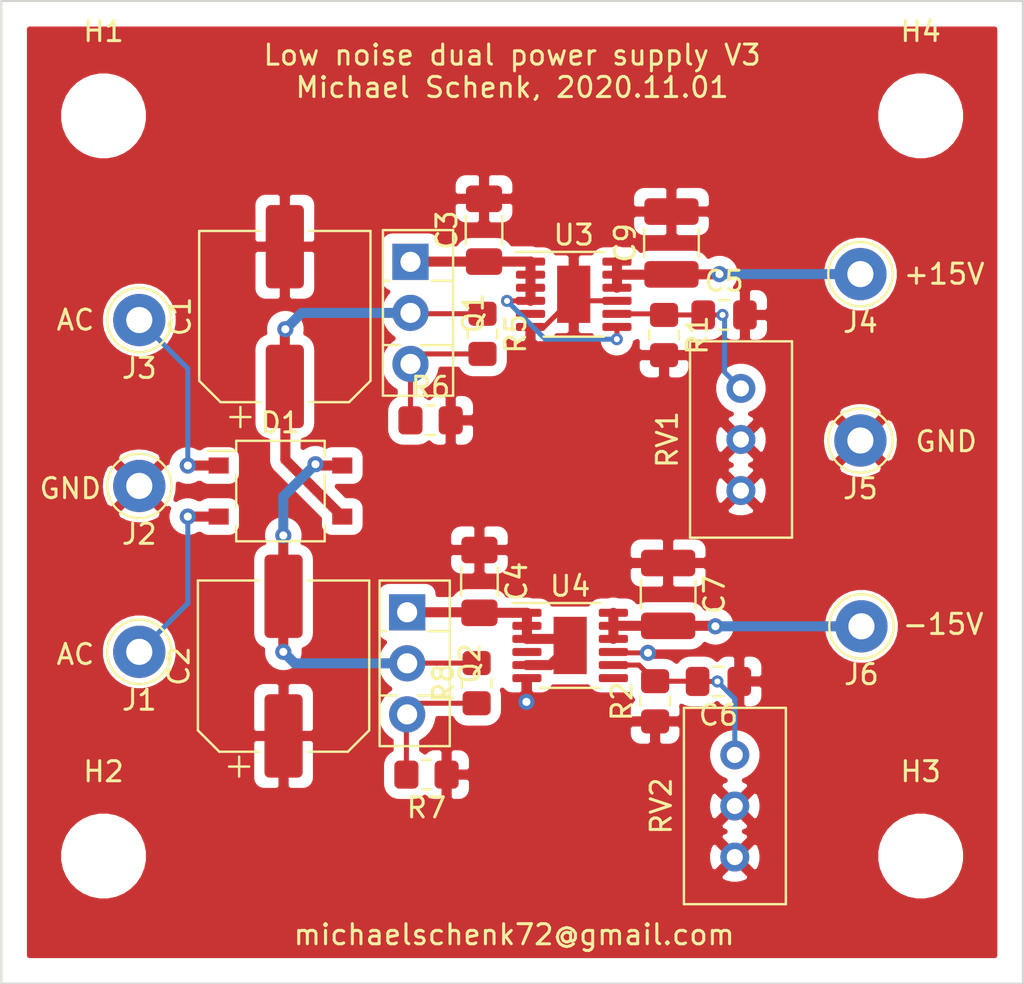
<source format=kicad_pcb>
(kicad_pcb (version 20171130) (host pcbnew "(5.1.7-0-10_14)")

  (general
    (thickness 1.6)
    (drawings 12)
    (tracks 106)
    (zones 0)
    (modules 31)
    (nets 14)
  )

  (page A4)
  (layers
    (0 F.Cu signal)
    (31 B.Cu signal)
    (32 B.Adhes user)
    (33 F.Adhes user)
    (34 B.Paste user)
    (35 F.Paste user)
    (36 B.SilkS user)
    (37 F.SilkS user)
    (38 B.Mask user)
    (39 F.Mask user)
    (40 Dwgs.User user)
    (41 Cmts.User user)
    (42 Eco1.User user)
    (43 Eco2.User user)
    (44 Edge.Cuts user)
    (45 Margin user)
    (46 B.CrtYd user)
    (47 F.CrtYd user)
    (48 B.Fab user)
    (49 F.Fab user)
  )

  (setup
    (last_trace_width 0.5)
    (user_trace_width 0.5)
    (trace_clearance 0.2)
    (zone_clearance 0.508)
    (zone_45_only no)
    (trace_min 0.2)
    (via_size 0.8)
    (via_drill 0.4)
    (via_min_size 0.4)
    (via_min_drill 0.3)
    (user_via 0.6 0.3)
    (uvia_size 0.3)
    (uvia_drill 0.1)
    (uvias_allowed no)
    (uvia_min_size 0.2)
    (uvia_min_drill 0.1)
    (edge_width 0.05)
    (segment_width 0.2)
    (pcb_text_width 0.3)
    (pcb_text_size 1.5 1.5)
    (mod_edge_width 0.12)
    (mod_text_size 1 1)
    (mod_text_width 0.15)
    (pad_size 1.524 1.524)
    (pad_drill 0.762)
    (pad_to_mask_clearance 0)
    (aux_axis_origin 0 0)
    (visible_elements FFFFFF7F)
    (pcbplotparams
      (layerselection 0x010f0_ffffffff)
      (usegerberextensions false)
      (usegerberattributes false)
      (usegerberadvancedattributes false)
      (creategerberjobfile false)
      (excludeedgelayer true)
      (linewidth 0.100000)
      (plotframeref false)
      (viasonmask false)
      (mode 1)
      (useauxorigin false)
      (hpglpennumber 1)
      (hpglpenspeed 20)
      (hpglpendiameter 15.000000)
      (psnegative false)
      (psa4output false)
      (plotreference true)
      (plotvalue false)
      (plotinvisibletext false)
      (padsonsilk true)
      (subtractmaskfromsilk false)
      (outputformat 1)
      (mirror false)
      (drillshape 0)
      (scaleselection 1)
      (outputdirectory "gerber/"))
  )

  (net 0 "")
  (net 1 GND)
  (net 2 "Net-(C1-Pad1)")
  (net 3 "Net-(C2-Pad2)")
  (net 4 "Net-(C5-Pad1)")
  (net 5 "Net-(C6-Pad2)")
  (net 6 "Net-(D1-Pad2)")
  (net 7 "Net-(D1-Pad1)")
  (net 8 "Net-(C3-Pad1)")
  (net 9 "Net-(C4-Pad2)")
  (net 10 "Net-(Q1-Pad3)")
  (net 11 "Net-(Q2-Pad3)")
  (net 12 "Net-(C9-Pad1)")
  (net 13 "Net-(C7-Pad2)")

  (net_class Default "This is the default net class."
    (clearance 0.2)
    (trace_width 0.25)
    (via_dia 0.8)
    (via_drill 0.4)
    (uvia_dia 0.3)
    (uvia_drill 0.1)
    (add_net GND)
    (add_net "Net-(C1-Pad1)")
    (add_net "Net-(C2-Pad2)")
    (add_net "Net-(C3-Pad1)")
    (add_net "Net-(C4-Pad2)")
    (add_net "Net-(C5-Pad1)")
    (add_net "Net-(C6-Pad2)")
    (add_net "Net-(C7-Pad2)")
    (add_net "Net-(C9-Pad1)")
    (add_net "Net-(D1-Pad1)")
    (add_net "Net-(D1-Pad2)")
    (add_net "Net-(Q1-Pad3)")
    (add_net "Net-(Q2-Pad3)")
  )

  (module Capacitor_SMD:CP_Elec_8x6.9 (layer F.Cu) (tedit 5BCA39D0) (tstamp 5F9F539D)
    (at 94.0435 73.1 90)
    (descr "SMD capacitor, aluminum electrolytic, Panasonic E7, 8.0x6.9mm")
    (tags "capacitor electrolytic")
    (path /5F98959C)
    (attr smd)
    (fp_text reference C2 (at 0 -5.2 90) (layer F.SilkS)
      (effects (font (size 1 1) (thickness 0.15)))
    )
    (fp_text value 100u (at 0 5.2 90) (layer F.Fab)
      (effects (font (size 1 1) (thickness 0.15)))
    )
    (fp_line (start -5.8 1.2) (end -4.4 1.2) (layer F.CrtYd) (width 0.05))
    (fp_line (start -5.8 -1.2) (end -5.8 1.2) (layer F.CrtYd) (width 0.05))
    (fp_line (start -4.4 -1.2) (end -5.8 -1.2) (layer F.CrtYd) (width 0.05))
    (fp_line (start -4.4 1.2) (end -4.4 3.25) (layer F.CrtYd) (width 0.05))
    (fp_line (start -4.4 -3.25) (end -4.4 -1.2) (layer F.CrtYd) (width 0.05))
    (fp_line (start -4.4 -3.25) (end -3.25 -4.4) (layer F.CrtYd) (width 0.05))
    (fp_line (start -4.4 3.25) (end -3.25 4.4) (layer F.CrtYd) (width 0.05))
    (fp_line (start -3.25 -4.4) (end 4.4 -4.4) (layer F.CrtYd) (width 0.05))
    (fp_line (start -3.25 4.4) (end 4.4 4.4) (layer F.CrtYd) (width 0.05))
    (fp_line (start 4.4 1.2) (end 4.4 4.4) (layer F.CrtYd) (width 0.05))
    (fp_line (start 5.8 1.2) (end 4.4 1.2) (layer F.CrtYd) (width 0.05))
    (fp_line (start 5.8 -1.2) (end 5.8 1.2) (layer F.CrtYd) (width 0.05))
    (fp_line (start 4.4 -1.2) (end 5.8 -1.2) (layer F.CrtYd) (width 0.05))
    (fp_line (start 4.4 -4.4) (end 4.4 -1.2) (layer F.CrtYd) (width 0.05))
    (fp_line (start -5 -2.71) (end -5 -1.71) (layer F.SilkS) (width 0.12))
    (fp_line (start -5.5 -2.21) (end -4.5 -2.21) (layer F.SilkS) (width 0.12))
    (fp_line (start -4.26 3.195563) (end -3.195563 4.26) (layer F.SilkS) (width 0.12))
    (fp_line (start -4.26 -3.195563) (end -3.195563 -4.26) (layer F.SilkS) (width 0.12))
    (fp_line (start -4.26 -3.195563) (end -4.26 -1.21) (layer F.SilkS) (width 0.12))
    (fp_line (start -4.26 3.195563) (end -4.26 1.21) (layer F.SilkS) (width 0.12))
    (fp_line (start -3.195563 4.26) (end 4.26 4.26) (layer F.SilkS) (width 0.12))
    (fp_line (start -3.195563 -4.26) (end 4.26 -4.26) (layer F.SilkS) (width 0.12))
    (fp_line (start 4.26 -4.26) (end 4.26 -1.21) (layer F.SilkS) (width 0.12))
    (fp_line (start 4.26 4.26) (end 4.26 1.21) (layer F.SilkS) (width 0.12))
    (fp_line (start -3.162278 -1.9) (end -3.162278 -1.1) (layer F.Fab) (width 0.1))
    (fp_line (start -3.562278 -1.5) (end -2.762278 -1.5) (layer F.Fab) (width 0.1))
    (fp_line (start -4.15 3.15) (end -3.15 4.15) (layer F.Fab) (width 0.1))
    (fp_line (start -4.15 -3.15) (end -3.15 -4.15) (layer F.Fab) (width 0.1))
    (fp_line (start -4.15 -3.15) (end -4.15 3.15) (layer F.Fab) (width 0.1))
    (fp_line (start -3.15 4.15) (end 4.15 4.15) (layer F.Fab) (width 0.1))
    (fp_line (start -3.15 -4.15) (end 4.15 -4.15) (layer F.Fab) (width 0.1))
    (fp_line (start 4.15 -4.15) (end 4.15 4.15) (layer F.Fab) (width 0.1))
    (fp_circle (center 0 0) (end 4 0) (layer F.Fab) (width 0.1))
    (fp_text user %R (at 0 0 90) (layer F.Fab)
      (effects (font (size 1 1) (thickness 0.15)))
    )
    (pad 2 smd roundrect (at 3.475 0 90) (size 4.15 1.9) (layers F.Cu F.Paste F.Mask) (roundrect_rratio 0.131579)
      (net 3 "Net-(C2-Pad2)"))
    (pad 1 smd roundrect (at -3.475 0 90) (size 4.15 1.9) (layers F.Cu F.Paste F.Mask) (roundrect_rratio 0.131579)
      (net 1 GND))
    (model ${KISYS3DMOD}/Capacitor_SMD.3dshapes/CP_Elec_8x6.9.wrl
      (at (xyz 0 0 0))
      (scale (xyz 1 1 1))
      (rotate (xyz 0 0 0))
    )
  )

  (module Potentiometer_THT:Potentiometer_Bourns_3296W_Vertical (layer F.Cu) (tedit 5A3D4994) (tstamp 5F9F160F)
    (at 116.4844 77.5208 90)
    (descr "Potentiometer, vertical, Bourns 3296W, https://www.bourns.com/pdfs/3296.pdf")
    (tags "Potentiometer vertical Bourns 3296W")
    (path /5FABA31D)
    (fp_text reference RV2 (at -2.54 -3.66 90) (layer F.SilkS)
      (effects (font (size 1 1) (thickness 0.15)))
    )
    (fp_text value 200k (at -2.54 3.67 90) (layer F.Fab)
      (effects (font (size 1 1) (thickness 0.15)))
    )
    (fp_circle (center 0.955 1.15) (end 2.05 1.15) (layer F.Fab) (width 0.1))
    (fp_line (start -7.305 -2.41) (end -7.305 2.42) (layer F.Fab) (width 0.1))
    (fp_line (start -7.305 2.42) (end 2.225 2.42) (layer F.Fab) (width 0.1))
    (fp_line (start 2.225 2.42) (end 2.225 -2.41) (layer F.Fab) (width 0.1))
    (fp_line (start 2.225 -2.41) (end -7.305 -2.41) (layer F.Fab) (width 0.1))
    (fp_line (start 0.955 2.235) (end 0.956 0.066) (layer F.Fab) (width 0.1))
    (fp_line (start 0.955 2.235) (end 0.956 0.066) (layer F.Fab) (width 0.1))
    (fp_line (start -7.425 -2.53) (end 2.345 -2.53) (layer F.SilkS) (width 0.12))
    (fp_line (start -7.425 2.54) (end 2.345 2.54) (layer F.SilkS) (width 0.12))
    (fp_line (start -7.425 -2.53) (end -7.425 2.54) (layer F.SilkS) (width 0.12))
    (fp_line (start 2.345 -2.53) (end 2.345 2.54) (layer F.SilkS) (width 0.12))
    (fp_line (start -7.6 -2.7) (end -7.6 2.7) (layer F.CrtYd) (width 0.05))
    (fp_line (start -7.6 2.7) (end 2.5 2.7) (layer F.CrtYd) (width 0.05))
    (fp_line (start 2.5 2.7) (end 2.5 -2.7) (layer F.CrtYd) (width 0.05))
    (fp_line (start 2.5 -2.7) (end -7.6 -2.7) (layer F.CrtYd) (width 0.05))
    (fp_text user %R (at -3.175 0.005 90) (layer F.Fab)
      (effects (font (size 1 1) (thickness 0.15)))
    )
    (pad 3 thru_hole circle (at -5.08 0 90) (size 1.44 1.44) (drill 0.8) (layers *.Cu *.Mask)
      (net 1 GND))
    (pad 2 thru_hole circle (at -2.54 0 90) (size 1.44 1.44) (drill 0.8) (layers *.Cu *.Mask)
      (net 1 GND))
    (pad 1 thru_hole circle (at 0 0 90) (size 1.44 1.44) (drill 0.8) (layers *.Cu *.Mask)
      (net 5 "Net-(C6-Pad2)"))
    (model ${KISYS3DMOD}/Potentiometer_THT.3dshapes/Potentiometer_Bourns_3296W_Vertical.wrl
      (at (xyz 0 0 0))
      (scale (xyz 1 1 1))
      (rotate (xyz 0 0 0))
    )
  )

  (module Resistor_SMD:R_0805_2012Metric_Pad1.20x1.40mm_HandSolder (layer F.Cu) (tedit 5F68FEEE) (tstamp 5F9F1562)
    (at 112.522 74.8505 90)
    (descr "Resistor SMD 0805 (2012 Metric), square (rectangular) end terminal, IPC_7351 nominal with elongated pad for handsoldering. (Body size source: IPC-SM-782 page 72, https://www.pcb-3d.com/wordpress/wp-content/uploads/ipc-sm-782a_amendment_1_and_2.pdf), generated with kicad-footprint-generator")
    (tags "resistor handsolder")
    (path /5FAB6814)
    (attr smd)
    (fp_text reference R2 (at 0 -1.65 90) (layer F.SilkS)
      (effects (font (size 1 1) (thickness 0.15)))
    )
    (fp_text value 150k (at 0 1.65 90) (layer F.Fab)
      (effects (font (size 1 1) (thickness 0.15)))
    )
    (fp_line (start -1 0.625) (end -1 -0.625) (layer F.Fab) (width 0.1))
    (fp_line (start -1 -0.625) (end 1 -0.625) (layer F.Fab) (width 0.1))
    (fp_line (start 1 -0.625) (end 1 0.625) (layer F.Fab) (width 0.1))
    (fp_line (start 1 0.625) (end -1 0.625) (layer F.Fab) (width 0.1))
    (fp_line (start -0.227064 -0.735) (end 0.227064 -0.735) (layer F.SilkS) (width 0.12))
    (fp_line (start -0.227064 0.735) (end 0.227064 0.735) (layer F.SilkS) (width 0.12))
    (fp_line (start -1.85 0.95) (end -1.85 -0.95) (layer F.CrtYd) (width 0.05))
    (fp_line (start -1.85 -0.95) (end 1.85 -0.95) (layer F.CrtYd) (width 0.05))
    (fp_line (start 1.85 -0.95) (end 1.85 0.95) (layer F.CrtYd) (width 0.05))
    (fp_line (start 1.85 0.95) (end -1.85 0.95) (layer F.CrtYd) (width 0.05))
    (fp_text user %R (at 0 0 90) (layer F.Fab)
      (effects (font (size 0.5 0.5) (thickness 0.08)))
    )
    (pad 2 smd roundrect (at 1 0 90) (size 1.2 1.4) (layers F.Cu F.Paste F.Mask) (roundrect_rratio 0.208333)
      (net 5 "Net-(C6-Pad2)"))
    (pad 1 smd roundrect (at -1 0 90) (size 1.2 1.4) (layers F.Cu F.Paste F.Mask) (roundrect_rratio 0.208333)
      (net 1 GND))
    (model ${KISYS3DMOD}/Resistor_SMD.3dshapes/R_0805_2012Metric.wrl
      (at (xyz 0 0 0))
      (scale (xyz 1 1 1))
      (rotate (xyz 0 0 0))
    )
  )

  (module Capacitor_SMD:C_1210_3225Metric_Pad1.33x2.70mm_HandSolder (layer F.Cu) (tedit 5F68FEEF) (tstamp 5F9F13E5)
    (at 113.1697 69.5325 270)
    (descr "Capacitor SMD 1210 (3225 Metric), square (rectangular) end terminal, IPC_7351 nominal with elongated pad for handsoldering. (Body size source: IPC-SM-782 page 76, https://www.pcb-3d.com/wordpress/wp-content/uploads/ipc-sm-782a_amendment_1_and_2.pdf), generated with kicad-footprint-generator")
    (tags "capacitor handsolder")
    (path /5FAC8BF4)
    (attr smd)
    (fp_text reference C7 (at 0 -2.3 90) (layer F.SilkS)
      (effects (font (size 1 1) (thickness 0.15)))
    )
    (fp_text value 10u (at 0 2.3 90) (layer F.Fab)
      (effects (font (size 1 1) (thickness 0.15)))
    )
    (fp_line (start -1.6 1.25) (end -1.6 -1.25) (layer F.Fab) (width 0.1))
    (fp_line (start -1.6 -1.25) (end 1.6 -1.25) (layer F.Fab) (width 0.1))
    (fp_line (start 1.6 -1.25) (end 1.6 1.25) (layer F.Fab) (width 0.1))
    (fp_line (start 1.6 1.25) (end -1.6 1.25) (layer F.Fab) (width 0.1))
    (fp_line (start -0.711252 -1.36) (end 0.711252 -1.36) (layer F.SilkS) (width 0.12))
    (fp_line (start -0.711252 1.36) (end 0.711252 1.36) (layer F.SilkS) (width 0.12))
    (fp_line (start -2.48 1.6) (end -2.48 -1.6) (layer F.CrtYd) (width 0.05))
    (fp_line (start -2.48 -1.6) (end 2.48 -1.6) (layer F.CrtYd) (width 0.05))
    (fp_line (start 2.48 -1.6) (end 2.48 1.6) (layer F.CrtYd) (width 0.05))
    (fp_line (start 2.48 1.6) (end -2.48 1.6) (layer F.CrtYd) (width 0.05))
    (fp_text user %R (at 0 0 90) (layer F.Fab)
      (effects (font (size 0.8 0.8) (thickness 0.12)))
    )
    (pad 2 smd roundrect (at 1.5625 0 270) (size 1.325 2.7) (layers F.Cu F.Paste F.Mask) (roundrect_rratio 0.188679)
      (net 13 "Net-(C7-Pad2)"))
    (pad 1 smd roundrect (at -1.5625 0 270) (size 1.325 2.7) (layers F.Cu F.Paste F.Mask) (roundrect_rratio 0.188679)
      (net 1 GND))
    (model ${KISYS3DMOD}/Capacitor_SMD.3dshapes/C_1210_3225Metric.wrl
      (at (xyz 0 0 0))
      (scale (xyz 1 1 1))
      (rotate (xyz 0 0 0))
    )
  )

  (module Capacitor_SMD:C_0805_2012Metric_Pad1.18x1.45mm_HandSolder (layer F.Cu) (tedit 5F68FEEF) (tstamp 5F9F13D4)
    (at 115.6716 73.8632 180)
    (descr "Capacitor SMD 0805 (2012 Metric), square (rectangular) end terminal, IPC_7351 nominal with elongated pad for handsoldering. (Body size source: IPC-SM-782 page 76, https://www.pcb-3d.com/wordpress/wp-content/uploads/ipc-sm-782a_amendment_1_and_2.pdf, https://docs.google.com/spreadsheets/d/1BsfQQcO9C6DZCsRaXUlFlo91Tg2WpOkGARC1WS5S8t0/edit?usp=sharing), generated with kicad-footprint-generator")
    (tags "capacitor handsolder")
    (path /5FAB613A)
    (attr smd)
    (fp_text reference C6 (at 0 -1.68) (layer F.SilkS)
      (effects (font (size 1 1) (thickness 0.15)))
    )
    (fp_text value 0.47u (at 0 1.68) (layer F.Fab)
      (effects (font (size 1 1) (thickness 0.15)))
    )
    (fp_line (start -1 0.625) (end -1 -0.625) (layer F.Fab) (width 0.1))
    (fp_line (start -1 -0.625) (end 1 -0.625) (layer F.Fab) (width 0.1))
    (fp_line (start 1 -0.625) (end 1 0.625) (layer F.Fab) (width 0.1))
    (fp_line (start 1 0.625) (end -1 0.625) (layer F.Fab) (width 0.1))
    (fp_line (start -0.261252 -0.735) (end 0.261252 -0.735) (layer F.SilkS) (width 0.12))
    (fp_line (start -0.261252 0.735) (end 0.261252 0.735) (layer F.SilkS) (width 0.12))
    (fp_line (start -1.88 0.98) (end -1.88 -0.98) (layer F.CrtYd) (width 0.05))
    (fp_line (start -1.88 -0.98) (end 1.88 -0.98) (layer F.CrtYd) (width 0.05))
    (fp_line (start 1.88 -0.98) (end 1.88 0.98) (layer F.CrtYd) (width 0.05))
    (fp_line (start 1.88 0.98) (end -1.88 0.98) (layer F.CrtYd) (width 0.05))
    (fp_text user %R (at 0 0) (layer F.Fab)
      (effects (font (size 0.5 0.5) (thickness 0.08)))
    )
    (pad 2 smd roundrect (at 1.0375 0 180) (size 1.175 1.45) (layers F.Cu F.Paste F.Mask) (roundrect_rratio 0.212766)
      (net 5 "Net-(C6-Pad2)"))
    (pad 1 smd roundrect (at -1.0375 0 180) (size 1.175 1.45) (layers F.Cu F.Paste F.Mask) (roundrect_rratio 0.212766)
      (net 1 GND))
    (model ${KISYS3DMOD}/Capacitor_SMD.3dshapes/C_0805_2012Metric.wrl
      (at (xyz 0 0 0))
      (scale (xyz 1 1 1))
      (rotate (xyz 0 0 0))
    )
  )

  (module Capacitor_SMD:C_1206_3216Metric_Pad1.33x1.80mm_HandSolder (layer F.Cu) (tedit 5F68FEEF) (tstamp 5F9F13A3)
    (at 103.7844 68.8844 270)
    (descr "Capacitor SMD 1206 (3216 Metric), square (rectangular) end terminal, IPC_7351 nominal with elongated pad for handsoldering. (Body size source: IPC-SM-782 page 76, https://www.pcb-3d.com/wordpress/wp-content/uploads/ipc-sm-782a_amendment_1_and_2.pdf), generated with kicad-footprint-generator")
    (tags "capacitor handsolder")
    (path /5FAB57DC)
    (attr smd)
    (fp_text reference C4 (at 0 -1.85 90) (layer F.SilkS)
      (effects (font (size 1 1) (thickness 0.15)))
    )
    (fp_text value 4.7u (at 0 1.85 90) (layer F.Fab)
      (effects (font (size 1 1) (thickness 0.15)))
    )
    (fp_line (start -1.6 0.8) (end -1.6 -0.8) (layer F.Fab) (width 0.1))
    (fp_line (start -1.6 -0.8) (end 1.6 -0.8) (layer F.Fab) (width 0.1))
    (fp_line (start 1.6 -0.8) (end 1.6 0.8) (layer F.Fab) (width 0.1))
    (fp_line (start 1.6 0.8) (end -1.6 0.8) (layer F.Fab) (width 0.1))
    (fp_line (start -0.711252 -0.91) (end 0.711252 -0.91) (layer F.SilkS) (width 0.12))
    (fp_line (start -0.711252 0.91) (end 0.711252 0.91) (layer F.SilkS) (width 0.12))
    (fp_line (start -2.48 1.15) (end -2.48 -1.15) (layer F.CrtYd) (width 0.05))
    (fp_line (start -2.48 -1.15) (end 2.48 -1.15) (layer F.CrtYd) (width 0.05))
    (fp_line (start 2.48 -1.15) (end 2.48 1.15) (layer F.CrtYd) (width 0.05))
    (fp_line (start 2.48 1.15) (end -2.48 1.15) (layer F.CrtYd) (width 0.05))
    (fp_text user %R (at 0 0 90) (layer F.Fab)
      (effects (font (size 0.8 0.8) (thickness 0.12)))
    )
    (pad 2 smd roundrect (at 1.5625 0 270) (size 1.325 1.8) (layers F.Cu F.Paste F.Mask) (roundrect_rratio 0.188679)
      (net 9 "Net-(C4-Pad2)"))
    (pad 1 smd roundrect (at -1.5625 0 270) (size 1.325 1.8) (layers F.Cu F.Paste F.Mask) (roundrect_rratio 0.188679)
      (net 1 GND))
    (model ${KISYS3DMOD}/Capacitor_SMD.3dshapes/C_1206_3216Metric.wrl
      (at (xyz 0 0 0))
      (scale (xyz 1 1 1))
      (rotate (xyz 0 0 0))
    )
  )

  (module Package_SO:MSOP-12-1EP_3x4mm_P0.65mm_EP1.65x2.85mm (layer F.Cu) (tedit 5DC5FE75) (tstamp 5F9EBC61)
    (at 108.2966 72.0719)
    (descr "MSOP, 12 Pin (https://www.analog.com/media/en/technical-documentation/data-sheets/3652fe.pdf#page=24), generated with kicad-footprint-generator ipc_gullwing_generator.py")
    (tags "MSOP SO")
    (path /5F9C7AC9)
    (attr smd)
    (fp_text reference U4 (at 0 -2.95) (layer F.SilkS)
      (effects (font (size 1 1) (thickness 0.15)))
    )
    (fp_text value LT3094xMSE (at 0 2.95) (layer F.Fab)
      (effects (font (size 1 1) (thickness 0.15)))
    )
    (fp_line (start 3.12 -2.25) (end -3.12 -2.25) (layer F.CrtYd) (width 0.05))
    (fp_line (start 3.12 2.25) (end 3.12 -2.25) (layer F.CrtYd) (width 0.05))
    (fp_line (start -3.12 2.25) (end 3.12 2.25) (layer F.CrtYd) (width 0.05))
    (fp_line (start -3.12 -2.25) (end -3.12 2.25) (layer F.CrtYd) (width 0.05))
    (fp_line (start -1.5 -1.25) (end -0.75 -2) (layer F.Fab) (width 0.1))
    (fp_line (start -1.5 2) (end -1.5 -1.25) (layer F.Fab) (width 0.1))
    (fp_line (start 1.5 2) (end -1.5 2) (layer F.Fab) (width 0.1))
    (fp_line (start 1.5 -2) (end 1.5 2) (layer F.Fab) (width 0.1))
    (fp_line (start -0.75 -2) (end 1.5 -2) (layer F.Fab) (width 0.1))
    (fp_line (start 0 -2.11) (end -2.875 -2.11) (layer F.SilkS) (width 0.12))
    (fp_line (start 0 -2.11) (end 1.5 -2.11) (layer F.SilkS) (width 0.12))
    (fp_line (start 0 2.11) (end -1.5 2.11) (layer F.SilkS) (width 0.12))
    (fp_line (start 0 2.11) (end 1.5 2.11) (layer F.SilkS) (width 0.12))
    (fp_text user %R (at 0 0) (layer F.Fab)
      (effects (font (size 0.75 0.75) (thickness 0.11)))
    )
    (pad "" smd roundrect (at 0.41 0.71) (size 0.67 1.15) (layers F.Paste) (roundrect_rratio 0.25))
    (pad "" smd roundrect (at 0.41 -0.71) (size 0.67 1.15) (layers F.Paste) (roundrect_rratio 0.25))
    (pad "" smd roundrect (at -0.41 0.71) (size 0.67 1.15) (layers F.Paste) (roundrect_rratio 0.25))
    (pad "" smd roundrect (at -0.41 -0.71) (size 0.67 1.15) (layers F.Paste) (roundrect_rratio 0.25))
    (pad 13 smd rect (at 0 0) (size 1.65 2.85) (layers F.Cu F.Mask)
      (net 9 "Net-(C4-Pad2)"))
    (pad 12 smd roundrect (at 2.15 -1.625) (size 1.45 0.4) (layers F.Cu F.Paste F.Mask) (roundrect_rratio 0.25)
      (net 13 "Net-(C7-Pad2)"))
    (pad 11 smd roundrect (at 2.15 -0.975) (size 1.45 0.4) (layers F.Cu F.Paste F.Mask) (roundrect_rratio 0.25)
      (net 13 "Net-(C7-Pad2)"))
    (pad 10 smd roundrect (at 2.15 -0.325) (size 1.45 0.4) (layers F.Cu F.Paste F.Mask) (roundrect_rratio 0.25)
      (net 13 "Net-(C7-Pad2)"))
    (pad 9 smd roundrect (at 2.15 0.325) (size 1.45 0.4) (layers F.Cu F.Paste F.Mask) (roundrect_rratio 0.25)
      (net 1 GND))
    (pad 8 smd roundrect (at 2.15 0.975) (size 1.45 0.4) (layers F.Cu F.Paste F.Mask) (roundrect_rratio 0.25)
      (net 5 "Net-(C6-Pad2)"))
    (pad 7 smd roundrect (at 2.15 1.625) (size 1.45 0.4) (layers F.Cu F.Paste F.Mask) (roundrect_rratio 0.25))
    (pad 6 smd roundrect (at -2.15 1.625) (size 1.45 0.4) (layers F.Cu F.Paste F.Mask) (roundrect_rratio 0.25)
      (net 1 GND))
    (pad 5 smd roundrect (at -2.15 0.975) (size 1.45 0.4) (layers F.Cu F.Paste F.Mask) (roundrect_rratio 0.25)
      (net 9 "Net-(C4-Pad2)"))
    (pad 4 smd roundrect (at -2.15 0.325) (size 1.45 0.4) (layers F.Cu F.Paste F.Mask) (roundrect_rratio 0.25))
    (pad 3 smd roundrect (at -2.15 -0.325) (size 1.45 0.4) (layers F.Cu F.Paste F.Mask) (roundrect_rratio 0.25)
      (net 9 "Net-(C4-Pad2)"))
    (pad 2 smd roundrect (at -2.15 -0.975) (size 1.45 0.4) (layers F.Cu F.Paste F.Mask) (roundrect_rratio 0.25)
      (net 9 "Net-(C4-Pad2)"))
    (pad 1 smd roundrect (at -2.15 -1.625) (size 1.45 0.4) (layers F.Cu F.Paste F.Mask) (roundrect_rratio 0.25)
      (net 9 "Net-(C4-Pad2)"))
    (model ${KISYS3DMOD}/Package_SO.3dshapes/MSOP-12-1EP_3x4mm_P0.65mm_EP1.65x2.85mm.wrl
      (at (xyz 0 0 0))
      (scale (xyz 1 1 1))
      (rotate (xyz 0 0 0))
    )
  )

  (module Package_SO:MSOP-12-1EP_3x4mm_P0.65mm_EP1.65x2.85mm (layer F.Cu) (tedit 5DC5FE75) (tstamp 5F9EBC3E)
    (at 108.4744 54.5979)
    (descr "MSOP, 12 Pin (https://www.analog.com/media/en/technical-documentation/data-sheets/3652fe.pdf#page=24), generated with kicad-footprint-generator ipc_gullwing_generator.py")
    (tags "MSOP SO")
    (path /5F9C6A19)
    (attr smd)
    (fp_text reference U3 (at 0 -2.95) (layer F.SilkS)
      (effects (font (size 1 1) (thickness 0.15)))
    )
    (fp_text value LT3045xMSE (at 0 2.95) (layer F.Fab)
      (effects (font (size 1 1) (thickness 0.15)))
    )
    (fp_line (start 3.12 -2.25) (end -3.12 -2.25) (layer F.CrtYd) (width 0.05))
    (fp_line (start 3.12 2.25) (end 3.12 -2.25) (layer F.CrtYd) (width 0.05))
    (fp_line (start -3.12 2.25) (end 3.12 2.25) (layer F.CrtYd) (width 0.05))
    (fp_line (start -3.12 -2.25) (end -3.12 2.25) (layer F.CrtYd) (width 0.05))
    (fp_line (start -1.5 -1.25) (end -0.75 -2) (layer F.Fab) (width 0.1))
    (fp_line (start -1.5 2) (end -1.5 -1.25) (layer F.Fab) (width 0.1))
    (fp_line (start 1.5 2) (end -1.5 2) (layer F.Fab) (width 0.1))
    (fp_line (start 1.5 -2) (end 1.5 2) (layer F.Fab) (width 0.1))
    (fp_line (start -0.75 -2) (end 1.5 -2) (layer F.Fab) (width 0.1))
    (fp_line (start 0 -2.11) (end -2.875 -2.11) (layer F.SilkS) (width 0.12))
    (fp_line (start 0 -2.11) (end 1.5 -2.11) (layer F.SilkS) (width 0.12))
    (fp_line (start 0 2.11) (end -1.5 2.11) (layer F.SilkS) (width 0.12))
    (fp_line (start 0 2.11) (end 1.5 2.11) (layer F.SilkS) (width 0.12))
    (fp_text user %R (at 0 0) (layer F.Fab)
      (effects (font (size 0.75 0.75) (thickness 0.11)))
    )
    (pad "" smd roundrect (at 0.41 0.71) (size 0.67 1.15) (layers F.Paste) (roundrect_rratio 0.25))
    (pad "" smd roundrect (at 0.41 -0.71) (size 0.67 1.15) (layers F.Paste) (roundrect_rratio 0.25))
    (pad "" smd roundrect (at -0.41 0.71) (size 0.67 1.15) (layers F.Paste) (roundrect_rratio 0.25))
    (pad "" smd roundrect (at -0.41 -0.71) (size 0.67 1.15) (layers F.Paste) (roundrect_rratio 0.25))
    (pad 13 smd rect (at 0 0) (size 1.65 2.85) (layers F.Cu F.Mask)
      (net 1 GND))
    (pad 12 smd roundrect (at 2.15 -1.625) (size 1.45 0.4) (layers F.Cu F.Paste F.Mask) (roundrect_rratio 0.25)
      (net 12 "Net-(C9-Pad1)"))
    (pad 11 smd roundrect (at 2.15 -0.975) (size 1.45 0.4) (layers F.Cu F.Paste F.Mask) (roundrect_rratio 0.25)
      (net 12 "Net-(C9-Pad1)"))
    (pad 10 smd roundrect (at 2.15 -0.325) (size 1.45 0.4) (layers F.Cu F.Paste F.Mask) (roundrect_rratio 0.25)
      (net 12 "Net-(C9-Pad1)"))
    (pad 9 smd roundrect (at 2.15 0.325) (size 1.45 0.4) (layers F.Cu F.Paste F.Mask) (roundrect_rratio 0.25)
      (net 1 GND))
    (pad 8 smd roundrect (at 2.15 0.975) (size 1.45 0.4) (layers F.Cu F.Paste F.Mask) (roundrect_rratio 0.25)
      (net 4 "Net-(C5-Pad1)"))
    (pad 7 smd roundrect (at 2.15 1.625) (size 1.45 0.4) (layers F.Cu F.Paste F.Mask) (roundrect_rratio 0.25)
      (net 8 "Net-(C3-Pad1)"))
    (pad 6 smd roundrect (at -2.15 1.625) (size 1.45 0.4) (layers F.Cu F.Paste F.Mask) (roundrect_rratio 0.25)
      (net 1 GND))
    (pad 5 smd roundrect (at -2.15 0.975) (size 1.45 0.4) (layers F.Cu F.Paste F.Mask) (roundrect_rratio 0.25))
    (pad 4 smd roundrect (at -2.15 0.325) (size 1.45 0.4) (layers F.Cu F.Paste F.Mask) (roundrect_rratio 0.25)
      (net 8 "Net-(C3-Pad1)"))
    (pad 3 smd roundrect (at -2.15 -0.325) (size 1.45 0.4) (layers F.Cu F.Paste F.Mask) (roundrect_rratio 0.25)
      (net 8 "Net-(C3-Pad1)"))
    (pad 2 smd roundrect (at -2.15 -0.975) (size 1.45 0.4) (layers F.Cu F.Paste F.Mask) (roundrect_rratio 0.25)
      (net 8 "Net-(C3-Pad1)"))
    (pad 1 smd roundrect (at -2.15 -1.625) (size 1.45 0.4) (layers F.Cu F.Paste F.Mask) (roundrect_rratio 0.25)
      (net 8 "Net-(C3-Pad1)"))
    (model ${KISYS3DMOD}/Package_SO.3dshapes/MSOP-12-1EP_3x4mm_P0.65mm_EP1.65x2.85mm.wrl
      (at (xyz 0 0 0))
      (scale (xyz 1 1 1))
      (rotate (xyz 0 0 0))
    )
  )

  (module Capacitor_SMD:C_1210_3225Metric_Pad1.33x2.70mm_HandSolder (layer F.Cu) (tedit 5F68FEEF) (tstamp 5F958C24)
    (at 113.3348 52.0442 90)
    (descr "Capacitor SMD 1210 (3225 Metric), square (rectangular) end terminal, IPC_7351 nominal with elongated pad for handsoldering. (Body size source: IPC-SM-782 page 76, https://www.pcb-3d.com/wordpress/wp-content/uploads/ipc-sm-782a_amendment_1_and_2.pdf), generated with kicad-footprint-generator")
    (tags "capacitor handsolder")
    (path /5F973298)
    (attr smd)
    (fp_text reference C9 (at 0 -2.3 90) (layer F.SilkS)
      (effects (font (size 1 1) (thickness 0.15)))
    )
    (fp_text value 10u (at 0 2.3 90) (layer F.Fab)
      (effects (font (size 1 1) (thickness 0.15)))
    )
    (fp_line (start 2.48 1.6) (end -2.48 1.6) (layer F.CrtYd) (width 0.05))
    (fp_line (start 2.48 -1.6) (end 2.48 1.6) (layer F.CrtYd) (width 0.05))
    (fp_line (start -2.48 -1.6) (end 2.48 -1.6) (layer F.CrtYd) (width 0.05))
    (fp_line (start -2.48 1.6) (end -2.48 -1.6) (layer F.CrtYd) (width 0.05))
    (fp_line (start -0.711252 1.36) (end 0.711252 1.36) (layer F.SilkS) (width 0.12))
    (fp_line (start -0.711252 -1.36) (end 0.711252 -1.36) (layer F.SilkS) (width 0.12))
    (fp_line (start 1.6 1.25) (end -1.6 1.25) (layer F.Fab) (width 0.1))
    (fp_line (start 1.6 -1.25) (end 1.6 1.25) (layer F.Fab) (width 0.1))
    (fp_line (start -1.6 -1.25) (end 1.6 -1.25) (layer F.Fab) (width 0.1))
    (fp_line (start -1.6 1.25) (end -1.6 -1.25) (layer F.Fab) (width 0.1))
    (fp_text user %R (at 0 0 90) (layer F.Fab)
      (effects (font (size 0.8 0.8) (thickness 0.12)))
    )
    (pad 2 smd roundrect (at 1.5625 0 90) (size 1.325 2.7) (layers F.Cu F.Paste F.Mask) (roundrect_rratio 0.188679)
      (net 1 GND))
    (pad 1 smd roundrect (at -1.5625 0 90) (size 1.325 2.7) (layers F.Cu F.Paste F.Mask) (roundrect_rratio 0.188679)
      (net 12 "Net-(C9-Pad1)"))
    (model ${KISYS3DMOD}/Capacitor_SMD.3dshapes/C_1210_3225Metric.wrl
      (at (xyz 0 0 0))
      (scale (xyz 1 1 1))
      (rotate (xyz 0 0 0))
    )
  )

  (module Capacitor_SMD:C_0805_2012Metric_Pad1.18x1.45mm_HandSolder (layer F.Cu) (tedit 5F68FEEF) (tstamp 5F9EB92B)
    (at 115.951 55.626)
    (descr "Capacitor SMD 0805 (2012 Metric), square (rectangular) end terminal, IPC_7351 nominal with elongated pad for handsoldering. (Body size source: IPC-SM-782 page 76, https://www.pcb-3d.com/wordpress/wp-content/uploads/ipc-sm-782a_amendment_1_and_2.pdf, https://docs.google.com/spreadsheets/d/1BsfQQcO9C6DZCsRaXUlFlo91Tg2WpOkGARC1WS5S8t0/edit?usp=sharing), generated with kicad-footprint-generator")
    (tags "capacitor handsolder")
    (path /5FA25F95)
    (attr smd)
    (fp_text reference C5 (at 0 -1.68) (layer F.SilkS)
      (effects (font (size 1 1) (thickness 0.15)))
    )
    (fp_text value 0.47u (at 0 1.68) (layer F.Fab)
      (effects (font (size 1 1) (thickness 0.15)))
    )
    (fp_line (start 1.88 0.98) (end -1.88 0.98) (layer F.CrtYd) (width 0.05))
    (fp_line (start 1.88 -0.98) (end 1.88 0.98) (layer F.CrtYd) (width 0.05))
    (fp_line (start -1.88 -0.98) (end 1.88 -0.98) (layer F.CrtYd) (width 0.05))
    (fp_line (start -1.88 0.98) (end -1.88 -0.98) (layer F.CrtYd) (width 0.05))
    (fp_line (start -0.261252 0.735) (end 0.261252 0.735) (layer F.SilkS) (width 0.12))
    (fp_line (start -0.261252 -0.735) (end 0.261252 -0.735) (layer F.SilkS) (width 0.12))
    (fp_line (start 1 0.625) (end -1 0.625) (layer F.Fab) (width 0.1))
    (fp_line (start 1 -0.625) (end 1 0.625) (layer F.Fab) (width 0.1))
    (fp_line (start -1 -0.625) (end 1 -0.625) (layer F.Fab) (width 0.1))
    (fp_line (start -1 0.625) (end -1 -0.625) (layer F.Fab) (width 0.1))
    (fp_text user %R (at 0 0) (layer F.Fab)
      (effects (font (size 0.5 0.5) (thickness 0.08)))
    )
    (pad 2 smd roundrect (at 1.0375 0) (size 1.175 1.45) (layers F.Cu F.Paste F.Mask) (roundrect_rratio 0.212766)
      (net 1 GND))
    (pad 1 smd roundrect (at -1.0375 0) (size 1.175 1.45) (layers F.Cu F.Paste F.Mask) (roundrect_rratio 0.212766)
      (net 4 "Net-(C5-Pad1)"))
    (model ${KISYS3DMOD}/Capacitor_SMD.3dshapes/C_0805_2012Metric.wrl
      (at (xyz 0 0 0))
      (scale (xyz 1 1 1))
      (rotate (xyz 0 0 0))
    )
  )

  (module Capacitor_SMD:C_1206_3216Metric_Pad1.33x1.80mm_HandSolder (layer F.Cu) (tedit 5F68FEEF) (tstamp 5F958BBA)
    (at 104.013 51.4096 90)
    (descr "Capacitor SMD 1206 (3216 Metric), square (rectangular) end terminal, IPC_7351 nominal with elongated pad for handsoldering. (Body size source: IPC-SM-782 page 76, https://www.pcb-3d.com/wordpress/wp-content/uploads/ipc-sm-782a_amendment_1_and_2.pdf), generated with kicad-footprint-generator")
    (tags "capacitor handsolder")
    (path /5F95AC77)
    (attr smd)
    (fp_text reference C3 (at 0 -1.85 90) (layer F.SilkS)
      (effects (font (size 1 1) (thickness 0.15)))
    )
    (fp_text value 4.7u (at 0 1.85 90) (layer F.Fab)
      (effects (font (size 1 1) (thickness 0.15)))
    )
    (fp_line (start 2.48 1.15) (end -2.48 1.15) (layer F.CrtYd) (width 0.05))
    (fp_line (start 2.48 -1.15) (end 2.48 1.15) (layer F.CrtYd) (width 0.05))
    (fp_line (start -2.48 -1.15) (end 2.48 -1.15) (layer F.CrtYd) (width 0.05))
    (fp_line (start -2.48 1.15) (end -2.48 -1.15) (layer F.CrtYd) (width 0.05))
    (fp_line (start -0.711252 0.91) (end 0.711252 0.91) (layer F.SilkS) (width 0.12))
    (fp_line (start -0.711252 -0.91) (end 0.711252 -0.91) (layer F.SilkS) (width 0.12))
    (fp_line (start 1.6 0.8) (end -1.6 0.8) (layer F.Fab) (width 0.1))
    (fp_line (start 1.6 -0.8) (end 1.6 0.8) (layer F.Fab) (width 0.1))
    (fp_line (start -1.6 -0.8) (end 1.6 -0.8) (layer F.Fab) (width 0.1))
    (fp_line (start -1.6 0.8) (end -1.6 -0.8) (layer F.Fab) (width 0.1))
    (fp_text user %R (at 0 0 90) (layer F.Fab)
      (effects (font (size 0.8 0.8) (thickness 0.12)))
    )
    (pad 2 smd roundrect (at 1.5625 0 90) (size 1.325 1.8) (layers F.Cu F.Paste F.Mask) (roundrect_rratio 0.188679)
      (net 1 GND))
    (pad 1 smd roundrect (at -1.5625 0 90) (size 1.325 1.8) (layers F.Cu F.Paste F.Mask) (roundrect_rratio 0.188679)
      (net 8 "Net-(C3-Pad1)"))
    (model ${KISYS3DMOD}/Capacitor_SMD.3dshapes/C_1206_3216Metric.wrl
      (at (xyz 0 0 0))
      (scale (xyz 1 1 1))
      (rotate (xyz 0 0 0))
    )
  )

  (module Capacitor_SMD:CP_Elec_8x6.9 (layer F.Cu) (tedit 5BCA39D0) (tstamp 5F958B81)
    (at 94.107 55.707 90)
    (descr "SMD capacitor, aluminum electrolytic, Panasonic E7, 8.0x6.9mm")
    (tags "capacitor electrolytic")
    (path /5F961063)
    (attr smd)
    (fp_text reference C1 (at 0 -5.2 90) (layer F.SilkS)
      (effects (font (size 1 1) (thickness 0.15)))
    )
    (fp_text value 100u (at 0 5.2 90) (layer F.Fab)
      (effects (font (size 1 1) (thickness 0.15)))
    )
    (fp_line (start -5.8 1.2) (end -4.4 1.2) (layer F.CrtYd) (width 0.05))
    (fp_line (start -5.8 -1.2) (end -5.8 1.2) (layer F.CrtYd) (width 0.05))
    (fp_line (start -4.4 -1.2) (end -5.8 -1.2) (layer F.CrtYd) (width 0.05))
    (fp_line (start -4.4 1.2) (end -4.4 3.25) (layer F.CrtYd) (width 0.05))
    (fp_line (start -4.4 -3.25) (end -4.4 -1.2) (layer F.CrtYd) (width 0.05))
    (fp_line (start -4.4 -3.25) (end -3.25 -4.4) (layer F.CrtYd) (width 0.05))
    (fp_line (start -4.4 3.25) (end -3.25 4.4) (layer F.CrtYd) (width 0.05))
    (fp_line (start -3.25 -4.4) (end 4.4 -4.4) (layer F.CrtYd) (width 0.05))
    (fp_line (start -3.25 4.4) (end 4.4 4.4) (layer F.CrtYd) (width 0.05))
    (fp_line (start 4.4 1.2) (end 4.4 4.4) (layer F.CrtYd) (width 0.05))
    (fp_line (start 5.8 1.2) (end 4.4 1.2) (layer F.CrtYd) (width 0.05))
    (fp_line (start 5.8 -1.2) (end 5.8 1.2) (layer F.CrtYd) (width 0.05))
    (fp_line (start 4.4 -1.2) (end 5.8 -1.2) (layer F.CrtYd) (width 0.05))
    (fp_line (start 4.4 -4.4) (end 4.4 -1.2) (layer F.CrtYd) (width 0.05))
    (fp_line (start -5 -2.71) (end -5 -1.71) (layer F.SilkS) (width 0.12))
    (fp_line (start -5.5 -2.21) (end -4.5 -2.21) (layer F.SilkS) (width 0.12))
    (fp_line (start -4.26 3.195563) (end -3.195563 4.26) (layer F.SilkS) (width 0.12))
    (fp_line (start -4.26 -3.195563) (end -3.195563 -4.26) (layer F.SilkS) (width 0.12))
    (fp_line (start -4.26 -3.195563) (end -4.26 -1.21) (layer F.SilkS) (width 0.12))
    (fp_line (start -4.26 3.195563) (end -4.26 1.21) (layer F.SilkS) (width 0.12))
    (fp_line (start -3.195563 4.26) (end 4.26 4.26) (layer F.SilkS) (width 0.12))
    (fp_line (start -3.195563 -4.26) (end 4.26 -4.26) (layer F.SilkS) (width 0.12))
    (fp_line (start 4.26 -4.26) (end 4.26 -1.21) (layer F.SilkS) (width 0.12))
    (fp_line (start 4.26 4.26) (end 4.26 1.21) (layer F.SilkS) (width 0.12))
    (fp_line (start -3.162278 -1.9) (end -3.162278 -1.1) (layer F.Fab) (width 0.1))
    (fp_line (start -3.562278 -1.5) (end -2.762278 -1.5) (layer F.Fab) (width 0.1))
    (fp_line (start -4.15 3.15) (end -3.15 4.15) (layer F.Fab) (width 0.1))
    (fp_line (start -4.15 -3.15) (end -3.15 -4.15) (layer F.Fab) (width 0.1))
    (fp_line (start -4.15 -3.15) (end -4.15 3.15) (layer F.Fab) (width 0.1))
    (fp_line (start -3.15 4.15) (end 4.15 4.15) (layer F.Fab) (width 0.1))
    (fp_line (start -3.15 -4.15) (end 4.15 -4.15) (layer F.Fab) (width 0.1))
    (fp_line (start 4.15 -4.15) (end 4.15 4.15) (layer F.Fab) (width 0.1))
    (fp_circle (center 0 0) (end 4 0) (layer F.Fab) (width 0.1))
    (fp_text user %R (at 0 0 90) (layer F.Fab)
      (effects (font (size 1 1) (thickness 0.15)))
    )
    (pad 2 smd roundrect (at 3.475 0 90) (size 4.15 1.9) (layers F.Cu F.Paste F.Mask) (roundrect_rratio 0.131579)
      (net 1 GND))
    (pad 1 smd roundrect (at -3.475 0 90) (size 4.15 1.9) (layers F.Cu F.Paste F.Mask) (roundrect_rratio 0.131579)
      (net 2 "Net-(C1-Pad1)"))
    (model ${KISYS3DMOD}/Capacitor_SMD.3dshapes/CP_Elec_8x6.9.wrl
      (at (xyz 0 0 0))
      (scale (xyz 1 1 1))
      (rotate (xyz 0 0 0))
    )
  )

  (module Resistor_SMD:R_0805_2012Metric_Pad1.20x1.40mm_HandSolder (layer F.Cu) (tedit 5F68FEEE) (tstamp 5F970ED0)
    (at 103.6447 73.9488 90)
    (descr "Resistor SMD 0805 (2012 Metric), square (rectangular) end terminal, IPC_7351 nominal with elongated pad for handsoldering. (Body size source: IPC-SM-782 page 72, https://www.pcb-3d.com/wordpress/wp-content/uploads/ipc-sm-782a_amendment_1_and_2.pdf), generated with kicad-footprint-generator")
    (tags "resistor handsolder")
    (path /5F9D4A45)
    (attr smd)
    (fp_text reference R8 (at 0 -1.65 90) (layer F.SilkS)
      (effects (font (size 1 1) (thickness 0.15)))
    )
    (fp_text value 15k (at 0 1.65 90) (layer F.Fab)
      (effects (font (size 1 1) (thickness 0.15)))
    )
    (fp_line (start -1 0.625) (end -1 -0.625) (layer F.Fab) (width 0.1))
    (fp_line (start -1 -0.625) (end 1 -0.625) (layer F.Fab) (width 0.1))
    (fp_line (start 1 -0.625) (end 1 0.625) (layer F.Fab) (width 0.1))
    (fp_line (start 1 0.625) (end -1 0.625) (layer F.Fab) (width 0.1))
    (fp_line (start -0.227064 -0.735) (end 0.227064 -0.735) (layer F.SilkS) (width 0.12))
    (fp_line (start -0.227064 0.735) (end 0.227064 0.735) (layer F.SilkS) (width 0.12))
    (fp_line (start -1.85 0.95) (end -1.85 -0.95) (layer F.CrtYd) (width 0.05))
    (fp_line (start -1.85 -0.95) (end 1.85 -0.95) (layer F.CrtYd) (width 0.05))
    (fp_line (start 1.85 -0.95) (end 1.85 0.95) (layer F.CrtYd) (width 0.05))
    (fp_line (start 1.85 0.95) (end -1.85 0.95) (layer F.CrtYd) (width 0.05))
    (fp_text user %R (at 0 0 90) (layer F.Fab)
      (effects (font (size 0.5 0.5) (thickness 0.08)))
    )
    (pad 2 smd roundrect (at 1 0 90) (size 1.2 1.4) (layers F.Cu F.Paste F.Mask) (roundrect_rratio 0.208333)
      (net 3 "Net-(C2-Pad2)"))
    (pad 1 smd roundrect (at -1 0 90) (size 1.2 1.4) (layers F.Cu F.Paste F.Mask) (roundrect_rratio 0.208333)
      (net 11 "Net-(Q2-Pad3)"))
    (model ${KISYS3DMOD}/Resistor_SMD.3dshapes/R_0805_2012Metric.wrl
      (at (xyz 0 0 0))
      (scale (xyz 1 1 1))
      (rotate (xyz 0 0 0))
    )
  )

  (module Resistor_SMD:R_0805_2012Metric_Pad1.20x1.40mm_HandSolder (layer F.Cu) (tedit 5F68FEEE) (tstamp 5F970EBF)
    (at 101.1522 78.4987 180)
    (descr "Resistor SMD 0805 (2012 Metric), square (rectangular) end terminal, IPC_7351 nominal with elongated pad for handsoldering. (Body size source: IPC-SM-782 page 72, https://www.pcb-3d.com/wordpress/wp-content/uploads/ipc-sm-782a_amendment_1_and_2.pdf), generated with kicad-footprint-generator")
    (tags "resistor handsolder")
    (path /5F9D4A3F)
    (attr smd)
    (fp_text reference R7 (at 0 -1.65) (layer F.SilkS)
      (effects (font (size 1 1) (thickness 0.15)))
    )
    (fp_text value 15k (at 0 1.65) (layer F.Fab)
      (effects (font (size 1 1) (thickness 0.15)))
    )
    (fp_line (start -1 0.625) (end -1 -0.625) (layer F.Fab) (width 0.1))
    (fp_line (start -1 -0.625) (end 1 -0.625) (layer F.Fab) (width 0.1))
    (fp_line (start 1 -0.625) (end 1 0.625) (layer F.Fab) (width 0.1))
    (fp_line (start 1 0.625) (end -1 0.625) (layer F.Fab) (width 0.1))
    (fp_line (start -0.227064 -0.735) (end 0.227064 -0.735) (layer F.SilkS) (width 0.12))
    (fp_line (start -0.227064 0.735) (end 0.227064 0.735) (layer F.SilkS) (width 0.12))
    (fp_line (start -1.85 0.95) (end -1.85 -0.95) (layer F.CrtYd) (width 0.05))
    (fp_line (start -1.85 -0.95) (end 1.85 -0.95) (layer F.CrtYd) (width 0.05))
    (fp_line (start 1.85 -0.95) (end 1.85 0.95) (layer F.CrtYd) (width 0.05))
    (fp_line (start 1.85 0.95) (end -1.85 0.95) (layer F.CrtYd) (width 0.05))
    (fp_text user %R (at 0 0) (layer F.Fab)
      (effects (font (size 0.5 0.5) (thickness 0.08)))
    )
    (pad 2 smd roundrect (at 1 0 180) (size 1.2 1.4) (layers F.Cu F.Paste F.Mask) (roundrect_rratio 0.208333)
      (net 11 "Net-(Q2-Pad3)"))
    (pad 1 smd roundrect (at -1 0 180) (size 1.2 1.4) (layers F.Cu F.Paste F.Mask) (roundrect_rratio 0.208333)
      (net 1 GND))
    (model ${KISYS3DMOD}/Resistor_SMD.3dshapes/R_0805_2012Metric.wrl
      (at (xyz 0 0 0))
      (scale (xyz 1 1 1))
      (rotate (xyz 0 0 0))
    )
  )

  (module Resistor_SMD:R_0805_2012Metric_Pad1.20x1.40mm_HandSolder (layer F.Cu) (tedit 5F68FEEE) (tstamp 5F970EAE)
    (at 101.3554 60.8711)
    (descr "Resistor SMD 0805 (2012 Metric), square (rectangular) end terminal, IPC_7351 nominal with elongated pad for handsoldering. (Body size source: IPC-SM-782 page 72, https://www.pcb-3d.com/wordpress/wp-content/uploads/ipc-sm-782a_amendment_1_and_2.pdf), generated with kicad-footprint-generator")
    (tags "resistor handsolder")
    (path /5F9B9F9C)
    (attr smd)
    (fp_text reference R6 (at 0 -1.65) (layer F.SilkS)
      (effects (font (size 1 1) (thickness 0.15)))
    )
    (fp_text value 15k (at 0 1.65) (layer F.Fab)
      (effects (font (size 1 1) (thickness 0.15)))
    )
    (fp_line (start -1 0.625) (end -1 -0.625) (layer F.Fab) (width 0.1))
    (fp_line (start -1 -0.625) (end 1 -0.625) (layer F.Fab) (width 0.1))
    (fp_line (start 1 -0.625) (end 1 0.625) (layer F.Fab) (width 0.1))
    (fp_line (start 1 0.625) (end -1 0.625) (layer F.Fab) (width 0.1))
    (fp_line (start -0.227064 -0.735) (end 0.227064 -0.735) (layer F.SilkS) (width 0.12))
    (fp_line (start -0.227064 0.735) (end 0.227064 0.735) (layer F.SilkS) (width 0.12))
    (fp_line (start -1.85 0.95) (end -1.85 -0.95) (layer F.CrtYd) (width 0.05))
    (fp_line (start -1.85 -0.95) (end 1.85 -0.95) (layer F.CrtYd) (width 0.05))
    (fp_line (start 1.85 -0.95) (end 1.85 0.95) (layer F.CrtYd) (width 0.05))
    (fp_line (start 1.85 0.95) (end -1.85 0.95) (layer F.CrtYd) (width 0.05))
    (fp_text user %R (at 0 0) (layer F.Fab)
      (effects (font (size 0.5 0.5) (thickness 0.08)))
    )
    (pad 2 smd roundrect (at 1 0) (size 1.2 1.4) (layers F.Cu F.Paste F.Mask) (roundrect_rratio 0.208333)
      (net 1 GND))
    (pad 1 smd roundrect (at -1 0) (size 1.2 1.4) (layers F.Cu F.Paste F.Mask) (roundrect_rratio 0.208333)
      (net 10 "Net-(Q1-Pad3)"))
    (model ${KISYS3DMOD}/Resistor_SMD.3dshapes/R_0805_2012Metric.wrl
      (at (xyz 0 0 0))
      (scale (xyz 1 1 1))
      (rotate (xyz 0 0 0))
    )
  )

  (module Resistor_SMD:R_0805_2012Metric_Pad1.20x1.40mm_HandSolder (layer F.Cu) (tedit 5F68FEEE) (tstamp 5F970E9D)
    (at 103.9368 56.5658 270)
    (descr "Resistor SMD 0805 (2012 Metric), square (rectangular) end terminal, IPC_7351 nominal with elongated pad for handsoldering. (Body size source: IPC-SM-782 page 72, https://www.pcb-3d.com/wordpress/wp-content/uploads/ipc-sm-782a_amendment_1_and_2.pdf), generated with kicad-footprint-generator")
    (tags "resistor handsolder")
    (path /5F9B9329)
    (attr smd)
    (fp_text reference R5 (at 0 -1.65 90) (layer F.SilkS)
      (effects (font (size 1 1) (thickness 0.15)))
    )
    (fp_text value 15k (at 0 1.65 90) (layer F.Fab)
      (effects (font (size 1 1) (thickness 0.15)))
    )
    (fp_line (start -1 0.625) (end -1 -0.625) (layer F.Fab) (width 0.1))
    (fp_line (start -1 -0.625) (end 1 -0.625) (layer F.Fab) (width 0.1))
    (fp_line (start 1 -0.625) (end 1 0.625) (layer F.Fab) (width 0.1))
    (fp_line (start 1 0.625) (end -1 0.625) (layer F.Fab) (width 0.1))
    (fp_line (start -0.227064 -0.735) (end 0.227064 -0.735) (layer F.SilkS) (width 0.12))
    (fp_line (start -0.227064 0.735) (end 0.227064 0.735) (layer F.SilkS) (width 0.12))
    (fp_line (start -1.85 0.95) (end -1.85 -0.95) (layer F.CrtYd) (width 0.05))
    (fp_line (start -1.85 -0.95) (end 1.85 -0.95) (layer F.CrtYd) (width 0.05))
    (fp_line (start 1.85 -0.95) (end 1.85 0.95) (layer F.CrtYd) (width 0.05))
    (fp_line (start 1.85 0.95) (end -1.85 0.95) (layer F.CrtYd) (width 0.05))
    (fp_text user %R (at 0 0 90) (layer F.Fab)
      (effects (font (size 0.5 0.5) (thickness 0.08)))
    )
    (pad 2 smd roundrect (at 1 0 270) (size 1.2 1.4) (layers F.Cu F.Paste F.Mask) (roundrect_rratio 0.208333)
      (net 10 "Net-(Q1-Pad3)"))
    (pad 1 smd roundrect (at -1 0 270) (size 1.2 1.4) (layers F.Cu F.Paste F.Mask) (roundrect_rratio 0.208333)
      (net 2 "Net-(C1-Pad1)"))
    (model ${KISYS3DMOD}/Resistor_SMD.3dshapes/R_0805_2012Metric.wrl
      (at (xyz 0 0 0))
      (scale (xyz 1 1 1))
      (rotate (xyz 0 0 0))
    )
  )

  (module Package_TO_SOT_THT:TO-126-3_Vertical (layer F.Cu) (tedit 5AC8BA0D) (tstamp 5F975B38)
    (at 100.1903 70.4215 270)
    (descr "TO-126-3, Vertical, RM 2.54mm, see https://www.diodes.com/assets/Package-Files/TO126.pdf")
    (tags "TO-126-3 Vertical RM 2.54mm")
    (path /5F9AEA9D)
    (fp_text reference Q2 (at 2.54 -3.12 90) (layer F.SilkS)
      (effects (font (size 1 1) (thickness 0.15)))
    )
    (fp_text value BD140 (at 2.54 2.5 90) (layer F.Fab)
      (effects (font (size 1 1) (thickness 0.15)))
    )
    (fp_line (start -1.46 -2) (end -1.46 1.25) (layer F.Fab) (width 0.1))
    (fp_line (start -1.46 1.25) (end 6.54 1.25) (layer F.Fab) (width 0.1))
    (fp_line (start 6.54 1.25) (end 6.54 -2) (layer F.Fab) (width 0.1))
    (fp_line (start 6.54 -2) (end -1.46 -2) (layer F.Fab) (width 0.1))
    (fp_line (start 0.94 -2) (end 0.94 1.25) (layer F.Fab) (width 0.1))
    (fp_line (start 4.14 -2) (end 4.14 1.25) (layer F.Fab) (width 0.1))
    (fp_line (start -1.58 -2.12) (end 6.66 -2.12) (layer F.SilkS) (width 0.12))
    (fp_line (start -1.58 1.37) (end 6.66 1.37) (layer F.SilkS) (width 0.12))
    (fp_line (start -1.58 -2.12) (end -1.58 1.37) (layer F.SilkS) (width 0.12))
    (fp_line (start 6.66 -2.12) (end 6.66 1.37) (layer F.SilkS) (width 0.12))
    (fp_line (start 0.94 -2.12) (end 0.94 -1.05) (layer F.SilkS) (width 0.12))
    (fp_line (start 0.94 1.05) (end 0.94 1.37) (layer F.SilkS) (width 0.12))
    (fp_line (start 4.141 -2.12) (end 4.141 -0.54) (layer F.SilkS) (width 0.12))
    (fp_line (start 4.141 0.54) (end 4.141 1.37) (layer F.SilkS) (width 0.12))
    (fp_line (start -1.71 -2.25) (end -1.71 1.5) (layer F.CrtYd) (width 0.05))
    (fp_line (start -1.71 1.5) (end 6.79 1.5) (layer F.CrtYd) (width 0.05))
    (fp_line (start 6.79 1.5) (end 6.79 -2.25) (layer F.CrtYd) (width 0.05))
    (fp_line (start 6.79 -2.25) (end -1.71 -2.25) (layer F.CrtYd) (width 0.05))
    (fp_text user %R (at 2.54 -3.12 90) (layer F.Fab)
      (effects (font (size 1 1) (thickness 0.15)))
    )
    (pad 3 thru_hole oval (at 5.08 0 270) (size 1.8 1.8) (drill 1) (layers *.Cu *.Mask)
      (net 11 "Net-(Q2-Pad3)"))
    (pad 2 thru_hole oval (at 2.54 0 270) (size 1.8 1.8) (drill 1) (layers *.Cu *.Mask)
      (net 3 "Net-(C2-Pad2)"))
    (pad 1 thru_hole rect (at 0 0 270) (size 1.8 1.8) (drill 1) (layers *.Cu *.Mask)
      (net 9 "Net-(C4-Pad2)"))
    (model ${KISYS3DMOD}/Package_TO_SOT_THT.3dshapes/TO-126-3_Vertical.wrl
      (at (xyz 0 0 0))
      (scale (xyz 1 1 1))
      (rotate (xyz 0 0 0))
    )
  )

  (module Package_TO_SOT_THT:TO-126-3_Vertical (layer F.Cu) (tedit 5AC8BA0D) (tstamp 5F970E04)
    (at 100.3554 52.9844 270)
    (descr "TO-126-3, Vertical, RM 2.54mm, see https://www.diodes.com/assets/Package-Files/TO126.pdf")
    (tags "TO-126-3 Vertical RM 2.54mm")
    (path /5F9AF8DE)
    (fp_text reference Q1 (at 2.54 -3.12 90) (layer F.SilkS)
      (effects (font (size 1 1) (thickness 0.15)))
    )
    (fp_text value BD139 (at 2.54 2.5 90) (layer F.Fab)
      (effects (font (size 1 1) (thickness 0.15)))
    )
    (fp_line (start -1.46 -2) (end -1.46 1.25) (layer F.Fab) (width 0.1))
    (fp_line (start -1.46 1.25) (end 6.54 1.25) (layer F.Fab) (width 0.1))
    (fp_line (start 6.54 1.25) (end 6.54 -2) (layer F.Fab) (width 0.1))
    (fp_line (start 6.54 -2) (end -1.46 -2) (layer F.Fab) (width 0.1))
    (fp_line (start 0.94 -2) (end 0.94 1.25) (layer F.Fab) (width 0.1))
    (fp_line (start 4.14 -2) (end 4.14 1.25) (layer F.Fab) (width 0.1))
    (fp_line (start -1.58 -2.12) (end 6.66 -2.12) (layer F.SilkS) (width 0.12))
    (fp_line (start -1.58 1.37) (end 6.66 1.37) (layer F.SilkS) (width 0.12))
    (fp_line (start -1.58 -2.12) (end -1.58 1.37) (layer F.SilkS) (width 0.12))
    (fp_line (start 6.66 -2.12) (end 6.66 1.37) (layer F.SilkS) (width 0.12))
    (fp_line (start 0.94 -2.12) (end 0.94 -1.05) (layer F.SilkS) (width 0.12))
    (fp_line (start 0.94 1.05) (end 0.94 1.37) (layer F.SilkS) (width 0.12))
    (fp_line (start 4.141 -2.12) (end 4.141 -0.54) (layer F.SilkS) (width 0.12))
    (fp_line (start 4.141 0.54) (end 4.141 1.37) (layer F.SilkS) (width 0.12))
    (fp_line (start -1.71 -2.25) (end -1.71 1.5) (layer F.CrtYd) (width 0.05))
    (fp_line (start -1.71 1.5) (end 6.79 1.5) (layer F.CrtYd) (width 0.05))
    (fp_line (start 6.79 1.5) (end 6.79 -2.25) (layer F.CrtYd) (width 0.05))
    (fp_line (start 6.79 -2.25) (end -1.71 -2.25) (layer F.CrtYd) (width 0.05))
    (fp_text user %R (at 2.54 -3.12 90) (layer F.Fab)
      (effects (font (size 1 1) (thickness 0.15)))
    )
    (pad 3 thru_hole oval (at 5.08 0 270) (size 1.8 1.8) (drill 1) (layers *.Cu *.Mask)
      (net 10 "Net-(Q1-Pad3)"))
    (pad 2 thru_hole oval (at 2.54 0 270) (size 1.8 1.8) (drill 1) (layers *.Cu *.Mask)
      (net 2 "Net-(C1-Pad1)"))
    (pad 1 thru_hole rect (at 0 0 270) (size 1.8 1.8) (drill 1) (layers *.Cu *.Mask)
      (net 8 "Net-(C3-Pad1)"))
    (model ${KISYS3DMOD}/Package_TO_SOT_THT.3dshapes/TO-126-3_Vertical.wrl
      (at (xyz 0 0 0))
      (scale (xyz 1 1 1))
      (rotate (xyz 0 0 0))
    )
  )

  (module Potentiometer_THT:Potentiometer_Bourns_3296W_Vertical (layer F.Cu) (tedit 5A3D4994) (tstamp 5F958CE5)
    (at 116.7892 59.2836 90)
    (descr "Potentiometer, vertical, Bourns 3296W, https://www.bourns.com/pdfs/3296.pdf")
    (tags "Potentiometer vertical Bourns 3296W")
    (path /5F95A600)
    (fp_text reference RV1 (at -2.54 -3.66 90) (layer F.SilkS)
      (effects (font (size 1 1) (thickness 0.15)))
    )
    (fp_text value 200k (at -2.54 3.67 90) (layer F.Fab)
      (effects (font (size 1 1) (thickness 0.15)))
    )
    (fp_circle (center 0.955 1.15) (end 2.05 1.15) (layer F.Fab) (width 0.1))
    (fp_line (start -7.305 -2.41) (end -7.305 2.42) (layer F.Fab) (width 0.1))
    (fp_line (start -7.305 2.42) (end 2.225 2.42) (layer F.Fab) (width 0.1))
    (fp_line (start 2.225 2.42) (end 2.225 -2.41) (layer F.Fab) (width 0.1))
    (fp_line (start 2.225 -2.41) (end -7.305 -2.41) (layer F.Fab) (width 0.1))
    (fp_line (start 0.955 2.235) (end 0.956 0.066) (layer F.Fab) (width 0.1))
    (fp_line (start 0.955 2.235) (end 0.956 0.066) (layer F.Fab) (width 0.1))
    (fp_line (start -7.425 -2.53) (end 2.345 -2.53) (layer F.SilkS) (width 0.12))
    (fp_line (start -7.425 2.54) (end 2.345 2.54) (layer F.SilkS) (width 0.12))
    (fp_line (start -7.425 -2.53) (end -7.425 2.54) (layer F.SilkS) (width 0.12))
    (fp_line (start 2.345 -2.53) (end 2.345 2.54) (layer F.SilkS) (width 0.12))
    (fp_line (start -7.6 -2.7) (end -7.6 2.7) (layer F.CrtYd) (width 0.05))
    (fp_line (start -7.6 2.7) (end 2.5 2.7) (layer F.CrtYd) (width 0.05))
    (fp_line (start 2.5 2.7) (end 2.5 -2.7) (layer F.CrtYd) (width 0.05))
    (fp_line (start 2.5 -2.7) (end -7.6 -2.7) (layer F.CrtYd) (width 0.05))
    (fp_text user %R (at -3.175 0.005 90) (layer F.Fab)
      (effects (font (size 1 1) (thickness 0.15)))
    )
    (pad 3 thru_hole circle (at -5.08 0 90) (size 1.44 1.44) (drill 0.8) (layers *.Cu *.Mask)
      (net 1 GND))
    (pad 2 thru_hole circle (at -2.54 0 90) (size 1.44 1.44) (drill 0.8) (layers *.Cu *.Mask)
      (net 1 GND))
    (pad 1 thru_hole circle (at 0 0 90) (size 1.44 1.44) (drill 0.8) (layers *.Cu *.Mask)
      (net 4 "Net-(C5-Pad1)"))
    (model ${KISYS3DMOD}/Potentiometer_THT.3dshapes/Potentiometer_Bourns_3296W_Vertical.wrl
      (at (xyz 0 0 0))
      (scale (xyz 1 1 1))
      (rotate (xyz 0 0 0))
    )
  )

  (module Resistor_SMD:R_0805_2012Metric_Pad1.20x1.40mm_HandSolder (layer F.Cu) (tedit 5F68FEEE) (tstamp 5F958CBD)
    (at 112.9665 56.626 270)
    (descr "Resistor SMD 0805 (2012 Metric), square (rectangular) end terminal, IPC_7351 nominal with elongated pad for handsoldering. (Body size source: IPC-SM-782 page 72, https://www.pcb-3d.com/wordpress/wp-content/uploads/ipc-sm-782a_amendment_1_and_2.pdf), generated with kicad-footprint-generator")
    (tags "resistor handsolder")
    (path /5F95888A)
    (attr smd)
    (fp_text reference R1 (at 0 -1.65 90) (layer F.SilkS)
      (effects (font (size 1 1) (thickness 0.15)))
    )
    (fp_text value 150k (at 0 1.65 90) (layer F.Fab)
      (effects (font (size 1 1) (thickness 0.15)))
    )
    (fp_line (start -1 0.625) (end -1 -0.625) (layer F.Fab) (width 0.1))
    (fp_line (start -1 -0.625) (end 1 -0.625) (layer F.Fab) (width 0.1))
    (fp_line (start 1 -0.625) (end 1 0.625) (layer F.Fab) (width 0.1))
    (fp_line (start 1 0.625) (end -1 0.625) (layer F.Fab) (width 0.1))
    (fp_line (start -0.227064 -0.735) (end 0.227064 -0.735) (layer F.SilkS) (width 0.12))
    (fp_line (start -0.227064 0.735) (end 0.227064 0.735) (layer F.SilkS) (width 0.12))
    (fp_line (start -1.85 0.95) (end -1.85 -0.95) (layer F.CrtYd) (width 0.05))
    (fp_line (start -1.85 -0.95) (end 1.85 -0.95) (layer F.CrtYd) (width 0.05))
    (fp_line (start 1.85 -0.95) (end 1.85 0.95) (layer F.CrtYd) (width 0.05))
    (fp_line (start 1.85 0.95) (end -1.85 0.95) (layer F.CrtYd) (width 0.05))
    (fp_text user %R (at 0 0 90) (layer F.Fab)
      (effects (font (size 0.5 0.5) (thickness 0.08)))
    )
    (pad 2 smd roundrect (at 1 0 270) (size 1.2 1.4) (layers F.Cu F.Paste F.Mask) (roundrect_rratio 0.2083325)
      (net 1 GND))
    (pad 1 smd roundrect (at -1 0 270) (size 1.2 1.4) (layers F.Cu F.Paste F.Mask) (roundrect_rratio 0.2083325)
      (net 4 "Net-(C5-Pad1)"))
    (model ${KISYS3DMOD}/Resistor_SMD.3dshapes/R_0805_2012Metric.wrl
      (at (xyz 0 0 0))
      (scale (xyz 1 1 1))
      (rotate (xyz 0 0 0))
    )
  )

  (module Connector_Pin:Pin_D1.3mm_L11.0mm (layer F.Cu) (tedit 5A1DC085) (tstamp 5F958ABA)
    (at 122.7836 71.12)
    (descr "solder Pin_ diameter 1.3mm, hole diameter 1.3mm, length 11.0mm")
    (tags "solder Pin_ pressfit")
    (path /5F96951B)
    (fp_text reference J6 (at 0 2.4) (layer F.SilkS)
      (effects (font (size 1 1) (thickness 0.15)))
    )
    (fp_text value -15V (at 0 -2.05) (layer F.Fab)
      (effects (font (size 1 1) (thickness 0.15)))
    )
    (fp_circle (center 0 0) (end 1.8 0) (layer F.CrtYd) (width 0.05))
    (fp_circle (center 0 0) (end 0.65 -0.05) (layer F.Fab) (width 0.12))
    (fp_circle (center 0 0) (end 1.25 -0.05) (layer F.Fab) (width 0.12))
    (fp_circle (center 0 0) (end 1.6 0.05) (layer F.SilkS) (width 0.12))
    (fp_text user %R (at 0 2.4) (layer F.Fab)
      (effects (font (size 1 1) (thickness 0.15)))
    )
    (pad 1 thru_hole circle (at 0 0) (size 2.6 2.6) (drill 1.3) (layers *.Cu *.Mask)
      (net 13 "Net-(C7-Pad2)"))
    (model ${KISYS3DMOD}/Connector_Pin.3dshapes/Pin_D1.3mm_L11.0mm.wrl
      (at (xyz 0 0 0))
      (scale (xyz 1 1 1))
      (rotate (xyz 0 0 0))
    )
  )

  (module Connector_Pin:Pin_D1.3mm_L11.0mm (layer F.Cu) (tedit 5A1DC085) (tstamp 5F958A82)
    (at 122.7328 61.8744)
    (descr "solder Pin_ diameter 1.3mm, hole diameter 1.3mm, length 11.0mm")
    (tags "solder Pin_ pressfit")
    (path /5F96866D)
    (fp_text reference J5 (at 0 2.4) (layer F.SilkS)
      (effects (font (size 1 1) (thickness 0.15)))
    )
    (fp_text value GND (at 0 -2.05) (layer F.Fab)
      (effects (font (size 1 1) (thickness 0.15)))
    )
    (fp_circle (center 0 0) (end 1.8 0) (layer F.CrtYd) (width 0.05))
    (fp_circle (center 0 0) (end 0.65 -0.05) (layer F.Fab) (width 0.12))
    (fp_circle (center 0 0) (end 1.25 -0.05) (layer F.Fab) (width 0.12))
    (fp_circle (center 0 0) (end 1.6 0.05) (layer F.SilkS) (width 0.12))
    (fp_text user %R (at 0 2.4) (layer F.Fab)
      (effects (font (size 1 1) (thickness 0.15)))
    )
    (pad 1 thru_hole circle (at 0 0) (size 2.6 2.6) (drill 1.3) (layers *.Cu *.Mask)
      (net 1 GND))
    (model ${KISYS3DMOD}/Connector_Pin.3dshapes/Pin_D1.3mm_L11.0mm.wrl
      (at (xyz 0 0 0))
      (scale (xyz 1 1 1))
      (rotate (xyz 0 0 0))
    )
  )

  (module Connector_Pin:Pin_D1.3mm_L11.0mm (layer F.Cu) (tedit 5A1DC085) (tstamp 5F958C98)
    (at 122.7328 53.594)
    (descr "solder Pin_ diameter 1.3mm, hole diameter 1.3mm, length 11.0mm")
    (tags "solder Pin_ pressfit")
    (path /5F968F41)
    (fp_text reference J4 (at 0 2.4) (layer F.SilkS)
      (effects (font (size 1 1) (thickness 0.15)))
    )
    (fp_text value +15V (at 0 -2.05) (layer F.Fab)
      (effects (font (size 1 1) (thickness 0.15)))
    )
    (fp_circle (center 0 0) (end 1.8 0) (layer F.CrtYd) (width 0.05))
    (fp_circle (center 0 0) (end 0.65 -0.05) (layer F.Fab) (width 0.12))
    (fp_circle (center 0 0) (end 1.25 -0.05) (layer F.Fab) (width 0.12))
    (fp_circle (center 0 0) (end 1.6 0.05) (layer F.SilkS) (width 0.12))
    (fp_text user %R (at 0 2.4) (layer F.Fab)
      (effects (font (size 1 1) (thickness 0.15)))
    )
    (pad 1 thru_hole circle (at 0 0) (size 2.6 2.6) (drill 1.3) (layers *.Cu *.Mask)
      (net 12 "Net-(C9-Pad1)"))
    (model ${KISYS3DMOD}/Connector_Pin.3dshapes/Pin_D1.3mm_L11.0mm.wrl
      (at (xyz 0 0 0))
      (scale (xyz 1 1 1))
      (rotate (xyz 0 0 0))
    )
  )

  (module Connector_Pin:Pin_D1.3mm_L11.0mm (layer F.Cu) (tedit 5A1DC085) (tstamp 5F958C8E)
    (at 86.868 55.88)
    (descr "solder Pin_ diameter 1.3mm, hole diameter 1.3mm, length 11.0mm")
    (tags "solder Pin_ pressfit")
    (path /5F95F6D2)
    (fp_text reference J3 (at 0 2.4) (layer F.SilkS)
      (effects (font (size 1 1) (thickness 0.15)))
    )
    (fp_text value AC (at 0 -2.05) (layer F.Fab)
      (effects (font (size 1 1) (thickness 0.15)))
    )
    (fp_circle (center 0 0) (end 1.8 0) (layer F.CrtYd) (width 0.05))
    (fp_circle (center 0 0) (end 0.65 -0.05) (layer F.Fab) (width 0.12))
    (fp_circle (center 0 0) (end 1.25 -0.05) (layer F.Fab) (width 0.12))
    (fp_circle (center 0 0) (end 1.6 0.05) (layer F.SilkS) (width 0.12))
    (fp_text user %R (at 0 2.4) (layer F.Fab)
      (effects (font (size 1 1) (thickness 0.15)))
    )
    (pad 1 thru_hole circle (at 0 0) (size 2.6 2.6) (drill 1.3) (layers *.Cu *.Mask)
      (net 7 "Net-(D1-Pad1)"))
    (model ${KISYS3DMOD}/Connector_Pin.3dshapes/Pin_D1.3mm_L11.0mm.wrl
      (at (xyz 0 0 0))
      (scale (xyz 1 1 1))
      (rotate (xyz 0 0 0))
    )
  )

  (module Connector_Pin:Pin_D1.3mm_L11.0mm (layer F.Cu) (tedit 5A1DC085) (tstamp 5F95A3D5)
    (at 86.868 64.135)
    (descr "solder Pin_ diameter 1.3mm, hole diameter 1.3mm, length 11.0mm")
    (tags "solder Pin_ pressfit")
    (path /5F959844)
    (fp_text reference J2 (at 0 2.4) (layer F.SilkS)
      (effects (font (size 1 1) (thickness 0.15)))
    )
    (fp_text value GND (at 0 -2.05) (layer F.Fab)
      (effects (font (size 1 1) (thickness 0.15)))
    )
    (fp_circle (center 0 0) (end 1.8 0) (layer F.CrtYd) (width 0.05))
    (fp_circle (center 0 0) (end 0.65 -0.05) (layer F.Fab) (width 0.12))
    (fp_circle (center 0 0) (end 1.25 -0.05) (layer F.Fab) (width 0.12))
    (fp_circle (center 0 0) (end 1.6 0.05) (layer F.SilkS) (width 0.12))
    (fp_text user %R (at 0 2.4) (layer F.Fab)
      (effects (font (size 1 1) (thickness 0.15)))
    )
    (pad 1 thru_hole circle (at 0 0) (size 2.6 2.6) (drill 1.3) (layers *.Cu *.Mask)
      (net 1 GND))
    (model ${KISYS3DMOD}/Connector_Pin.3dshapes/Pin_D1.3mm_L11.0mm.wrl
      (at (xyz 0 0 0))
      (scale (xyz 1 1 1))
      (rotate (xyz 0 0 0))
    )
  )

  (module Connector_Pin:Pin_D1.3mm_L11.0mm (layer F.Cu) (tedit 5A1DC085) (tstamp 5F958C7A)
    (at 86.868 72.39)
    (descr "solder Pin_ diameter 1.3mm, hole diameter 1.3mm, length 11.0mm")
    (tags "solder Pin_ pressfit")
    (path /5F95F176)
    (fp_text reference J1 (at 0 2.4) (layer F.SilkS)
      (effects (font (size 1 1) (thickness 0.15)))
    )
    (fp_text value AC (at 0 -2.05) (layer F.Fab)
      (effects (font (size 1 1) (thickness 0.15)))
    )
    (fp_circle (center 0 0) (end 1.8 0) (layer F.CrtYd) (width 0.05))
    (fp_circle (center 0 0) (end 0.65 -0.05) (layer F.Fab) (width 0.12))
    (fp_circle (center 0 0) (end 1.25 -0.05) (layer F.Fab) (width 0.12))
    (fp_circle (center 0 0) (end 1.6 0.05) (layer F.SilkS) (width 0.12))
    (fp_text user %R (at 0 2.4) (layer F.Fab)
      (effects (font (size 1 1) (thickness 0.15)))
    )
    (pad 1 thru_hole circle (at 0 0) (size 2.6 2.6) (drill 1.3) (layers *.Cu *.Mask)
      (net 6 "Net-(D1-Pad2)"))
    (model ${KISYS3DMOD}/Connector_Pin.3dshapes/Pin_D1.3mm_L11.0mm.wrl
      (at (xyz 0 0 0))
      (scale (xyz 1 1 1))
      (rotate (xyz 0 0 0))
    )
  )

  (module MountingHole:MountingHole_3.2mm_M3 (layer F.Cu) (tedit 56D1B4CB) (tstamp 5F958C70)
    (at 125.73 45.72)
    (descr "Mounting Hole 3.2mm, no annular, M3")
    (tags "mounting hole 3.2mm no annular m3")
    (path /5F95DB8E)
    (attr virtual)
    (fp_text reference H4 (at 0 -4.2) (layer F.SilkS)
      (effects (font (size 1 1) (thickness 0.15)))
    )
    (fp_text value MountingHole (at 0 4.2) (layer F.Fab)
      (effects (font (size 1 1) (thickness 0.15)))
    )
    (fp_circle (center 0 0) (end 3.2 0) (layer Cmts.User) (width 0.15))
    (fp_circle (center 0 0) (end 3.45 0) (layer F.CrtYd) (width 0.05))
    (fp_text user %R (at 0.3 0) (layer F.Fab)
      (effects (font (size 1 1) (thickness 0.15)))
    )
    (pad 1 np_thru_hole circle (at 0 0) (size 3.2 3.2) (drill 3.2) (layers *.Cu *.Mask))
  )

  (module MountingHole:MountingHole_3.2mm_M3 (layer F.Cu) (tedit 56D1B4CB) (tstamp 5F9584E3)
    (at 125.73 82.55)
    (descr "Mounting Hole 3.2mm, no annular, M3")
    (tags "mounting hole 3.2mm no annular m3")
    (path /5F95D7C8)
    (attr virtual)
    (fp_text reference H3 (at 0 -4.2) (layer F.SilkS)
      (effects (font (size 1 1) (thickness 0.15)))
    )
    (fp_text value MountingHole (at 0 4.2) (layer F.Fab)
      (effects (font (size 1 1) (thickness 0.15)))
    )
    (fp_circle (center 0 0) (end 3.2 0) (layer Cmts.User) (width 0.15))
    (fp_circle (center 0 0) (end 3.45 0) (layer F.CrtYd) (width 0.05))
    (fp_text user %R (at 0.3 0) (layer F.Fab)
      (effects (font (size 1 1) (thickness 0.15)))
    )
    (pad 1 np_thru_hole circle (at 0 0) (size 3.2 3.2) (drill 3.2) (layers *.Cu *.Mask))
  )

  (module MountingHole:MountingHole_3.2mm_M3 (layer F.Cu) (tedit 56D1B4CB) (tstamp 5F95850A)
    (at 85.09 82.55)
    (descr "Mounting Hole 3.2mm, no annular, M3")
    (tags "mounting hole 3.2mm no annular m3")
    (path /5F95D9CD)
    (attr virtual)
    (fp_text reference H2 (at 0 -4.2) (layer F.SilkS)
      (effects (font (size 1 1) (thickness 0.15)))
    )
    (fp_text value MountingHole (at 0 4.2) (layer F.Fab)
      (effects (font (size 1 1) (thickness 0.15)))
    )
    (fp_circle (center 0 0) (end 3.2 0) (layer Cmts.User) (width 0.15))
    (fp_circle (center 0 0) (end 3.45 0) (layer F.CrtYd) (width 0.05))
    (fp_text user %R (at 0.3 0) (layer F.Fab)
      (effects (font (size 1 1) (thickness 0.15)))
    )
    (pad 1 np_thru_hole circle (at 0 0) (size 3.2 3.2) (drill 3.2) (layers *.Cu *.Mask))
  )

  (module MountingHole:MountingHole_3.2mm_M3 (layer F.Cu) (tedit 56D1B4CB) (tstamp 5F958C58)
    (at 85.09 45.72)
    (descr "Mounting Hole 3.2mm, no annular, M3")
    (tags "mounting hole 3.2mm no annular m3")
    (path /5F95CBEB)
    (attr virtual)
    (fp_text reference H1 (at 0 -4.2) (layer F.SilkS)
      (effects (font (size 1 1) (thickness 0.15)))
    )
    (fp_text value MountingHole (at 0 4.2) (layer F.Fab)
      (effects (font (size 1 1) (thickness 0.15)))
    )
    (fp_circle (center 0 0) (end 3.2 0) (layer Cmts.User) (width 0.15))
    (fp_circle (center 0 0) (end 3.45 0) (layer F.CrtYd) (width 0.05))
    (fp_text user %R (at 0.3 0) (layer F.Fab)
      (effects (font (size 1 1) (thickness 0.15)))
    )
    (pad 1 np_thru_hole circle (at 0 0) (size 3.2 3.2) (drill 3.2) (layers *.Cu *.Mask))
  )

  (module Package_TO_SOT_SMD:TO-269AA (layer F.Cu) (tedit 5A4F6848) (tstamp 5F958C50)
    (at 93.8895 64.389)
    (descr "SMD package TO-269AA (e.g. diode bridge), see http://www.vishay.com/docs/88854/padlayouts.pdf")
    (tags "TO-269AA MBS diode bridge")
    (path /5F95E1FB)
    (attr smd)
    (fp_text reference D1 (at 0 -3.4) (layer F.SilkS)
      (effects (font (size 1 1) (thickness 0.15)))
    )
    (fp_text value MB4S (at 0 3.5) (layer F.Fab)
      (effects (font (size 1 1) (thickness 0.15)))
    )
    (fp_line (start -2.2 -2.5) (end -2.2 -2) (layer F.SilkS) (width 0.12))
    (fp_line (start -2.2 -2) (end -3.6 -2) (layer F.SilkS) (width 0.12))
    (fp_line (start 2.2 -0.8) (end 2.2 0.8) (layer F.SilkS) (width 0.12))
    (fp_line (start -2.2 -0.8) (end -2.2 0.8) (layer F.SilkS) (width 0.12))
    (fp_line (start 2.2 -1.7) (end 2.2 -2.5) (layer F.SilkS) (width 0.12))
    (fp_line (start 2.2 -2.5) (end -2.2 -2.5) (layer F.SilkS) (width 0.12))
    (fp_line (start 2.2 1.7) (end 2.2 2.5) (layer F.SilkS) (width 0.12))
    (fp_line (start 2.2 2.5) (end -2.2 2.5) (layer F.SilkS) (width 0.12))
    (fp_line (start -2.2 2.5) (end -2.2 1.7) (layer F.SilkS) (width 0.12))
    (fp_line (start 2.05 -2.4) (end 2.05 2.4) (layer F.Fab) (width 0.12))
    (fp_line (start 2.05 2.4) (end -2.05 2.4) (layer F.Fab) (width 0.12))
    (fp_line (start -2.05 2.4) (end -2.05 -1.7) (layer F.Fab) (width 0.12))
    (fp_line (start -2.05 -1.7) (end -1.35 -2.4) (layer F.Fab) (width 0.12))
    (fp_line (start -1.35 -2.4) (end 2.05 -2.4) (layer F.Fab) (width 0.12))
    (fp_line (start -3.82 -2.65) (end 3.83 -2.65) (layer F.CrtYd) (width 0.05))
    (fp_line (start -3.82 -2.65) (end -3.82 2.65) (layer F.CrtYd) (width 0.05))
    (fp_line (start 3.83 2.65) (end 3.83 -2.65) (layer F.CrtYd) (width 0.05))
    (fp_line (start 3.83 2.65) (end -3.82 2.65) (layer F.CrtYd) (width 0.05))
    (fp_text user %R (at 0 -0.065) (layer F.Fab)
      (effects (font (size 1 1) (thickness 0.15)))
    )
    (pad 4 smd rect (at 3.075 -1.27) (size 1 0.8) (layers F.Cu F.Paste F.Mask)
      (net 3 "Net-(C2-Pad2)"))
    (pad 3 smd rect (at 3.075 1.27) (size 1 0.8) (layers F.Cu F.Paste F.Mask)
      (net 2 "Net-(C1-Pad1)"))
    (pad 2 smd rect (at -3.075 1.27) (size 1 0.8) (layers F.Cu F.Paste F.Mask)
      (net 6 "Net-(D1-Pad2)"))
    (pad 1 smd rect (at -3.075 -1.27) (size 1 0.8) (layers F.Cu F.Paste F.Mask)
      (net 7 "Net-(D1-Pad1)"))
    (model ${KISYS3DMOD}/Package_TO_SOT_SMD.3dshapes/TO-269AA.wrl
      (at (xyz 0 0 0))
      (scale (xyz 1 1 1))
      (rotate (xyz 0 0 0))
    )
  )

  (gr_text "Low noise dual power supply V3\nMichael Schenk, 2020.11.01" (at 105.41 43.4975) (layer F.SilkS)
    (effects (font (size 1 1) (thickness 0.15)))
  )
  (gr_text michaelschenk72@gmail.com (at 105.5116 86.4616) (layer F.SilkS)
    (effects (font (size 1 1) (thickness 0.15)))
  )
  (gr_text GND (at 83.439 64.262) (layer F.SilkS)
    (effects (font (size 1 1) (thickness 0.15)))
  )
  (gr_text AC (at 83.693 72.517) (layer F.SilkS)
    (effects (font (size 1 1) (thickness 0.15)))
  )
  (gr_text AC (at 83.693 55.88) (layer F.SilkS)
    (effects (font (size 1 1) (thickness 0.15)))
  )
  (gr_text -15V (at 126.8476 71.0184) (layer F.SilkS)
    (effects (font (size 1 1) (thickness 0.15)))
  )
  (gr_text GND (at 127 61.9252) (layer F.SilkS)
    (effects (font (size 1 1) (thickness 0.15)))
  )
  (gr_text +15V (at 126.8984 53.594) (layer F.SilkS)
    (effects (font (size 1 1) (thickness 0.15)))
  )
  (gr_line (start 130.81 40.005) (end 130.81 88.9) (layer Edge.Cuts) (width 0.1))
  (gr_line (start 80.01 40.005) (end 130.81 40.005) (layer Edge.Cuts) (width 0.1))
  (gr_line (start 80.01 88.9) (end 80.01 40.005) (layer Edge.Cuts) (width 0.1))
  (gr_line (start 130.81 88.9) (end 80.01 88.9) (layer Edge.Cuts) (width 0.1))

  (segment (start 108.4744 54.7979) (end 108.4744 54.5979) (width 0.25) (layer F.Cu) (net 1))
  (segment (start 108.7994 54.9229) (end 108.4744 54.5979) (width 0.25) (layer F.Cu) (net 1))
  (segment (start 110.6244 54.9229) (end 108.7994 54.9229) (width 0.25) (layer F.Cu) (net 1))
  (segment (start 108.4744 54.748958) (end 108.4744 54.5979) (width 0.25) (layer F.Cu) (net 1))
  (segment (start 107.000458 56.2229) (end 108.4744 54.748958) (width 0.25) (layer F.Cu) (net 1))
  (segment (start 106.3244 56.2229) (end 107.000458 56.2229) (width 0.25) (layer F.Cu) (net 1))
  (via (at 112.1664 72.4408) (size 0.8) (drill 0.4) (layers F.Cu B.Cu) (net 1))
  (via (at 106.1212 74.8792) (size 0.8) (drill 0.4) (layers F.Cu B.Cu) (net 1))
  (segment (start 106.1212 73.77231) (end 106.1466 73.74691) (width 0.5) (layer F.Cu) (net 1))
  (segment (start 106.1212 74.8792) (end 106.1212 73.77231) (width 0.5) (layer F.Cu) (net 1))
  (segment (start 110.4905 72.4408) (end 110.4466 72.3969) (width 0.25) (layer F.Cu) (net 1))
  (segment (start 112.1664 72.4408) (end 110.4905 72.4408) (width 0.25) (layer F.Cu) (net 1))
  (segment (start 94.737502 59.182) (end 94.107 59.182) (width 0.5) (layer F.Cu) (net 2) (status 30))
  (segment (start 100.3968 55.5658) (end 100.3554 55.5244) (width 0.25) (layer F.Cu) (net 2))
  (segment (start 103.9368 55.5658) (end 100.3968 55.5658) (width 0.25) (layer F.Cu) (net 2))
  (segment (start 94.107 56.3626) (end 94.1324 56.3372) (width 0.5) (layer F.Cu) (net 2))
  (via (at 94.1324 56.3372) (size 0.8) (drill 0.4) (layers F.Cu B.Cu) (net 2))
  (segment (start 94.107 59.182) (end 94.107 56.3626) (width 0.5) (layer F.Cu) (net 2))
  (segment (start 94.9452 55.5244) (end 100.3554 55.5244) (width 0.5) (layer B.Cu) (net 2))
  (segment (start 94.1324 56.3372) (end 94.9452 55.5244) (width 0.5) (layer B.Cu) (net 2))
  (segment (start 96.9645 65.659) (end 94.1324 62.8269) (width 0.5) (layer F.Cu) (net 2))
  (segment (start 94.1324 59.2074) (end 94.107 59.182) (width 0.5) (layer F.Cu) (net 2))
  (segment (start 94.1324 62.8269) (end 94.1324 59.2074) (width 0.5) (layer F.Cu) (net 2))
  (via (at 95.631 63.0555) (size 0.8) (drill 0.4) (layers F.Cu B.Cu) (net 3))
  (segment (start 95.6945 63.119) (end 95.631 63.0555) (width 0.5) (layer F.Cu) (net 3))
  (segment (start 96.9645 63.119) (end 95.6945 63.119) (width 0.5) (layer F.Cu) (net 3) (status 10))
  (segment (start 100.203 72.9488) (end 100.1903 72.9615) (width 0.25) (layer F.Cu) (net 3))
  (segment (start 103.6447 72.9488) (end 100.203 72.9488) (width 0.25) (layer F.Cu) (net 3))
  (via (at 94.0308 72.39) (size 0.8) (drill 0.4) (layers F.Cu B.Cu) (net 3))
  (segment (start 94.6023 72.9615) (end 94.0308 72.39) (width 0.5) (layer B.Cu) (net 3))
  (segment (start 100.1903 72.9615) (end 94.6023 72.9615) (width 0.5) (layer B.Cu) (net 3))
  (segment (start 94.0308 69.6377) (end 94.0435 69.625) (width 0.5) (layer F.Cu) (net 3))
  (segment (start 94.0308 72.39) (end 94.0308 69.6377) (width 0.5) (layer F.Cu) (net 3))
  (segment (start 95.631 63.0555) (end 94.0308 64.6557) (width 0.5) (layer B.Cu) (net 3))
  (via (at 94.0308 66.5988) (size 0.8) (drill 0.4) (layers F.Cu B.Cu) (net 3))
  (segment (start 94.0308 64.6557) (end 94.0308 66.5988) (width 0.5) (layer B.Cu) (net 3))
  (segment (start 94.0308 69.6123) (end 94.0435 69.625) (width 0.5) (layer F.Cu) (net 3))
  (segment (start 94.0308 66.5988) (end 94.0308 69.6123) (width 0.5) (layer F.Cu) (net 3))
  (segment (start 112.9134 55.5729) (end 112.9665 55.626) (width 0.25) (layer F.Cu) (net 4))
  (segment (start 110.6244 55.5729) (end 112.9134 55.5729) (width 0.25) (layer F.Cu) (net 4))
  (segment (start 112.9665 55.626) (end 114.9135 55.626) (width 0.25) (layer F.Cu) (net 4))
  (segment (start 114.935 55.6475) (end 114.9135 55.626) (width 0.25) (layer F.Cu) (net 4))
  (via (at 115.8748 55.626) (size 0.6) (drill 0.3) (layers F.Cu B.Cu) (net 4))
  (segment (start 114.9135 55.626) (end 115.9764 55.626) (width 0.25) (layer F.Cu) (net 4))
  (segment (start 115.9764 58.4708) (end 116.7892 59.2836) (width 0.25) (layer B.Cu) (net 4))
  (segment (start 115.9764 55.626) (end 115.9764 58.4708) (width 0.25) (layer B.Cu) (net 4))
  (via (at 115.6208 73.8632) (size 0.6) (drill 0.3) (layers F.Cu B.Cu) (net 5))
  (segment (start 114.6341 73.8632) (end 115.7224 73.8632) (width 0.25) (layer F.Cu) (net 5))
  (segment (start 116.4844 74.7268) (end 116.4844 77.5208) (width 0.25) (layer B.Cu) (net 5))
  (segment (start 115.6208 73.8632) (end 116.4844 74.7268) (width 0.25) (layer B.Cu) (net 5))
  (segment (start 111.7184 73.0469) (end 112.522 73.8505) (width 0.25) (layer F.Cu) (net 5))
  (segment (start 110.4466 73.0469) (end 111.7184 73.0469) (width 0.25) (layer F.Cu) (net 5))
  (segment (start 114.6214 73.8505) (end 114.6341 73.8632) (width 0.25) (layer F.Cu) (net 5))
  (segment (start 112.522 73.8505) (end 114.6214 73.8505) (width 0.25) (layer F.Cu) (net 5))
  (via (at 89.281 65.659) (size 0.8) (drill 0.4) (layers F.Cu B.Cu) (net 6))
  (segment (start 90.8145 65.659) (end 89.281 65.659) (width 0.5) (layer F.Cu) (net 6) (status 10))
  (segment (start 89.281 69.977) (end 86.868 72.39) (width 0.25) (layer B.Cu) (net 6) (status 20))
  (segment (start 89.281 65.659) (end 89.281 69.977) (width 0.25) (layer B.Cu) (net 6))
  (via (at 89.281 63.119) (size 0.8) (drill 0.4) (layers F.Cu B.Cu) (net 7))
  (segment (start 90.8145 63.119) (end 89.281 63.119) (width 0.5) (layer F.Cu) (net 7) (status 10))
  (segment (start 89.281 58.293) (end 86.868 55.88) (width 0.25) (layer B.Cu) (net 7) (status 20))
  (segment (start 89.281 63.119) (end 89.281 58.293) (width 0.25) (layer B.Cu) (net 7))
  (segment (start 104.0138 52.9729) (end 104.013 52.9721) (width 0.25) (layer F.Cu) (net 8))
  (via (at 110.617 56.8325) (size 0.6) (drill 0.3) (layers F.Cu B.Cu) (net 8))
  (segment (start 110.6244 56.8251) (end 110.617 56.8325) (width 0.25) (layer F.Cu) (net 8))
  (segment (start 110.6244 56.2229) (end 110.6244 56.8251) (width 0.25) (layer F.Cu) (net 8))
  (segment (start 106.236994 55.010306) (end 106.3244 54.9229) (width 0.25) (layer F.Cu) (net 8))
  (via (at 105.156 54.9275) (size 0.6) (drill 0.3) (layers F.Cu B.Cu) (net 8))
  (segment (start 107.061 56.8325) (end 105.156 54.9275) (width 0.25) (layer B.Cu) (net 8))
  (segment (start 110.617 56.8325) (end 107.061 56.8325) (width 0.25) (layer B.Cu) (net 8))
  (segment (start 106.3198 54.9275) (end 106.3244 54.9229) (width 0.25) (layer F.Cu) (net 8))
  (segment (start 105.156 54.9275) (end 106.3198 54.9275) (width 0.25) (layer F.Cu) (net 8))
  (segment (start 106.3236 52.9721) (end 106.3244 52.9729) (width 0.5) (layer F.Cu) (net 8))
  (segment (start 104.013 52.9721) (end 106.3236 52.9721) (width 0.5) (layer F.Cu) (net 8))
  (segment (start 106.3244 52.9729) (end 106.3244 54.9229) (width 0.5) (layer F.Cu) (net 8))
  (segment (start 100.3677 52.9721) (end 100.3554 52.9844) (width 0.5) (layer F.Cu) (net 8))
  (segment (start 104.013 52.9721) (end 100.3677 52.9721) (width 0.5) (layer F.Cu) (net 8))
  (segment (start 103.759 70.4215) (end 103.7844 70.4469) (width 0.5) (layer F.Cu) (net 9))
  (segment (start 100.1903 70.4215) (end 103.759 70.4215) (width 0.5) (layer F.Cu) (net 9))
  (segment (start 103.7844 70.4469) (end 106.1466 70.4469) (width 0.5) (layer F.Cu) (net 9))
  (segment (start 106.1466 70.4469) (end 106.1466 71.7469) (width 0.5) (layer F.Cu) (net 9))
  (segment (start 107.97159 71.74689) (end 106.1466 71.74689) (width 0.5) (layer F.Cu) (net 9))
  (segment (start 108.2966 72.0719) (end 107.97159 71.74689) (width 0.5) (layer F.Cu) (net 9))
  (segment (start 107.3216 73.0469) (end 108.2966 72.0719) (width 0.5) (layer F.Cu) (net 9))
  (segment (start 106.1466 73.0469) (end 107.3216 73.0469) (width 0.5) (layer F.Cu) (net 9))
  (segment (start 100.854 57.5658) (end 100.3554 58.0644) (width 0.25) (layer F.Cu) (net 10))
  (segment (start 103.9368 57.5658) (end 100.854 57.5658) (width 0.25) (layer F.Cu) (net 10))
  (segment (start 100.3554 58.0644) (end 100.3554 60.8711) (width 0.25) (layer F.Cu) (net 10))
  (segment (start 100.743 74.9488) (end 100.1903 75.5015) (width 0.25) (layer F.Cu) (net 11))
  (segment (start 103.6447 74.9488) (end 100.743 74.9488) (width 0.25) (layer F.Cu) (net 11))
  (segment (start 100.1522 75.5396) (end 100.1903 75.5015) (width 0.25) (layer F.Cu) (net 11))
  (segment (start 100.1522 78.4987) (end 100.1522 75.5396) (width 0.25) (layer F.Cu) (net 11))
  (segment (start 113.3186 53.6229) (end 113.3348 53.6067) (width 0.5) (layer F.Cu) (net 12))
  (segment (start 110.6244 53.6229) (end 113.3186 53.6229) (width 0.5) (layer F.Cu) (net 12))
  (segment (start 110.6244 52.9729) (end 110.6244 54.2729) (width 0.5) (layer F.Cu) (net 12))
  (via (at 115.7224 53.594) (size 0.8) (drill 0.4) (layers F.Cu B.Cu) (net 12))
  (segment (start 115.7097 53.6067) (end 115.7224 53.594) (width 0.5) (layer F.Cu) (net 12))
  (segment (start 113.3348 53.6067) (end 115.7097 53.6067) (width 0.5) (layer F.Cu) (net 12))
  (segment (start 115.7224 53.594) (end 122.7328 53.594) (width 0.5) (layer B.Cu) (net 12))
  (via (at 115.5192 71.12) (size 0.8) (drill 0.4) (layers F.Cu B.Cu) (net 13))
  (segment (start 115.4942 71.095) (end 115.5192 71.12) (width 0.5) (layer F.Cu) (net 13))
  (segment (start 113.1697 71.095) (end 115.4942 71.095) (width 0.5) (layer F.Cu) (net 13))
  (segment (start 115.5192 71.12) (end 122.7836 71.12) (width 0.5) (layer B.Cu) (net 13))
  (segment (start 110.4485 71.095) (end 110.4466 71.0969) (width 0.5) (layer F.Cu) (net 13))
  (segment (start 113.1697 71.095) (end 110.4485 71.095) (width 0.5) (layer F.Cu) (net 13))
  (segment (start 110.4466 70.4469) (end 110.4466 71.7469) (width 0.5) (layer F.Cu) (net 13))

  (zone (net 1) (net_name GND) (layer F.Cu) (tstamp 5F95983A) (hatch edge 0.508)
    (connect_pads (clearance 0.508))
    (min_thickness 0.254)
    (fill yes (arc_segments 32) (thermal_gap 0.508) (thermal_bridge_width 0.508))
    (polygon
      (pts
        (xy 129.54 87.63) (xy 81.28 87.63) (xy 81.28 41.275) (xy 129.54 41.275)
      )
    )
    (filled_polygon
      (pts
        (xy 129.413 87.503) (xy 81.407 87.503) (xy 81.407 82.329872) (xy 82.855 82.329872) (xy 82.855 82.770128)
        (xy 82.94089 83.201925) (xy 83.109369 83.608669) (xy 83.353962 83.974729) (xy 83.665271 84.286038) (xy 84.031331 84.530631)
        (xy 84.438075 84.69911) (xy 84.869872 84.785) (xy 85.310128 84.785) (xy 85.741925 84.69911) (xy 86.148669 84.530631)
        (xy 86.514729 84.286038) (xy 86.826038 83.974729) (xy 87.070631 83.608669) (xy 87.100582 83.53636) (xy 115.728445 83.53636)
        (xy 115.790332 83.772168) (xy 116.03219 83.885066) (xy 116.291427 83.948611) (xy 116.55808 83.960361) (xy 116.821901 83.919863)
        (xy 117.072753 83.828675) (xy 117.178468 83.772168) (xy 117.240355 83.53636) (xy 116.4844 82.780405) (xy 115.728445 83.53636)
        (xy 87.100582 83.53636) (xy 87.23911 83.201925) (xy 87.325 82.770128) (xy 87.325 82.67448) (xy 115.124839 82.67448)
        (xy 115.165337 82.938301) (xy 115.256525 83.189153) (xy 115.313032 83.294868) (xy 115.54884 83.356755) (xy 116.304795 82.6008)
        (xy 116.664005 82.6008) (xy 117.41996 83.356755) (xy 117.655768 83.294868) (xy 117.768666 83.05301) (xy 117.832211 82.793773)
        (xy 117.843961 82.52712) (xy 117.813683 82.329872) (xy 123.495 82.329872) (xy 123.495 82.770128) (xy 123.58089 83.201925)
        (xy 123.749369 83.608669) (xy 123.993962 83.974729) (xy 124.305271 84.286038) (xy 124.671331 84.530631) (xy 125.078075 84.69911)
        (xy 125.509872 84.785) (xy 125.950128 84.785) (xy 126.381925 84.69911) (xy 126.788669 84.530631) (xy 127.154729 84.286038)
        (xy 127.466038 83.974729) (xy 127.710631 83.608669) (xy 127.87911 83.201925) (xy 127.965 82.770128) (xy 127.965 82.329872)
        (xy 127.87911 81.898075) (xy 127.710631 81.491331) (xy 127.466038 81.125271) (xy 127.154729 80.813962) (xy 126.788669 80.569369)
        (xy 126.381925 80.40089) (xy 125.950128 80.315) (xy 125.509872 80.315) (xy 125.078075 80.40089) (xy 124.671331 80.569369)
        (xy 124.305271 80.813962) (xy 123.993962 81.125271) (xy 123.749369 81.491331) (xy 123.58089 81.898075) (xy 123.495 82.329872)
        (xy 117.813683 82.329872) (xy 117.803463 82.263299) (xy 117.712275 82.012447) (xy 117.655768 81.906732) (xy 117.41996 81.844845)
        (xy 116.664005 82.6008) (xy 116.304795 82.6008) (xy 115.54884 81.844845) (xy 115.313032 81.906732) (xy 115.200134 82.14859)
        (xy 115.136589 82.407827) (xy 115.124839 82.67448) (xy 87.325 82.67448) (xy 87.325 82.329872) (xy 87.23911 81.898075)
        (xy 87.070631 81.491331) (xy 86.826038 81.125271) (xy 86.697127 80.99636) (xy 115.728445 80.99636) (xy 115.790332 81.232168)
        (xy 116.006138 81.332905) (xy 115.896047 81.372925) (xy 115.790332 81.429432) (xy 115.728445 81.66524) (xy 116.4844 82.421195)
        (xy 117.240355 81.66524) (xy 117.178468 81.429432) (xy 116.962662 81.328695) (xy 117.072753 81.288675) (xy 117.178468 81.232168)
        (xy 117.240355 80.99636) (xy 116.4844 80.240405) (xy 115.728445 80.99636) (xy 86.697127 80.99636) (xy 86.514729 80.813962)
        (xy 86.148669 80.569369) (xy 85.741925 80.40089) (xy 85.310128 80.315) (xy 84.869872 80.315) (xy 84.438075 80.40089)
        (xy 84.031331 80.569369) (xy 83.665271 80.813962) (xy 83.353962 81.125271) (xy 83.109369 81.491331) (xy 82.94089 81.898075)
        (xy 82.855 82.329872) (xy 81.407 82.329872) (xy 81.407 80.13448) (xy 115.124839 80.13448) (xy 115.165337 80.398301)
        (xy 115.256525 80.649153) (xy 115.313032 80.754868) (xy 115.54884 80.816755) (xy 116.304795 80.0608) (xy 116.664005 80.0608)
        (xy 117.41996 80.816755) (xy 117.655768 80.754868) (xy 117.768666 80.51301) (xy 117.832211 80.253773) (xy 117.843961 79.98712)
        (xy 117.803463 79.723299) (xy 117.712275 79.472447) (xy 117.655768 79.366732) (xy 117.41996 79.304845) (xy 116.664005 80.0608)
        (xy 116.304795 80.0608) (xy 115.54884 79.304845) (xy 115.313032 79.366732) (xy 115.200134 79.60859) (xy 115.136589 79.867827)
        (xy 115.124839 80.13448) (xy 81.407 80.13448) (xy 81.407 78.65) (xy 92.455428 78.65) (xy 92.467688 78.774482)
        (xy 92.503998 78.89418) (xy 92.562963 79.004494) (xy 92.642315 79.101185) (xy 92.739006 79.180537) (xy 92.84932 79.239502)
        (xy 92.969018 79.275812) (xy 93.0935 79.288072) (xy 93.75775 79.285) (xy 93.9165 79.12625) (xy 93.9165 76.702)
        (xy 94.1705 76.702) (xy 94.1705 79.12625) (xy 94.32925 79.285) (xy 94.9935 79.288072) (xy 95.117982 79.275812)
        (xy 95.23768 79.239502) (xy 95.347994 79.180537) (xy 95.444685 79.101185) (xy 95.524037 79.004494) (xy 95.583002 78.89418)
        (xy 95.619312 78.774482) (xy 95.631572 78.65) (xy 95.6285 76.86075) (xy 95.46975 76.702) (xy 94.1705 76.702)
        (xy 93.9165 76.702) (xy 92.61725 76.702) (xy 92.4585 76.86075) (xy 92.455428 78.65) (xy 81.407 78.65)
        (xy 81.407 74.5) (xy 92.455428 74.5) (xy 92.4585 76.28925) (xy 92.61725 76.448) (xy 93.9165 76.448)
        (xy 93.9165 74.02375) (xy 94.1705 74.02375) (xy 94.1705 76.448) (xy 95.46975 76.448) (xy 95.6285 76.28925)
        (xy 95.631572 74.5) (xy 95.619312 74.375518) (xy 95.583002 74.25582) (xy 95.524037 74.145506) (xy 95.444685 74.048815)
        (xy 95.347994 73.969463) (xy 95.23768 73.910498) (xy 95.117982 73.874188) (xy 94.9935 73.861928) (xy 94.32925 73.865)
        (xy 94.1705 74.02375) (xy 93.9165 74.02375) (xy 93.75775 73.865) (xy 93.0935 73.861928) (xy 92.969018 73.874188)
        (xy 92.84932 73.910498) (xy 92.739006 73.969463) (xy 92.642315 74.048815) (xy 92.562963 74.145506) (xy 92.503998 74.25582)
        (xy 92.467688 74.375518) (xy 92.455428 74.5) (xy 81.407 74.5) (xy 81.407 72.199419) (xy 84.933 72.199419)
        (xy 84.933 72.580581) (xy 85.007361 72.954419) (xy 85.153225 73.306566) (xy 85.364987 73.623491) (xy 85.634509 73.893013)
        (xy 85.951434 74.104775) (xy 86.303581 74.250639) (xy 86.677419 74.325) (xy 87.058581 74.325) (xy 87.432419 74.250639)
        (xy 87.784566 74.104775) (xy 88.101491 73.893013) (xy 88.371013 73.623491) (xy 88.582775 73.306566) (xy 88.728639 72.954419)
        (xy 88.803 72.580581) (xy 88.803 72.199419) (xy 88.728639 71.825581) (xy 88.582775 71.473434) (xy 88.371013 71.156509)
        (xy 88.101491 70.886987) (xy 87.784566 70.675225) (xy 87.432419 70.529361) (xy 87.058581 70.455) (xy 86.677419 70.455)
        (xy 86.303581 70.529361) (xy 85.951434 70.675225) (xy 85.634509 70.886987) (xy 85.364987 71.156509) (xy 85.153225 71.473434)
        (xy 85.007361 71.825581) (xy 84.933 72.199419) (xy 81.407 72.199419) (xy 81.407 67.8) (xy 92.455428 67.8)
        (xy 92.455428 71.45) (xy 92.472492 71.623254) (xy 92.523028 71.78985) (xy 92.605095 71.943386) (xy 92.715538 72.077962)
        (xy 92.850114 72.188405) (xy 92.999717 72.26837) (xy 92.9958 72.288061) (xy 92.9958 72.491939) (xy 93.035574 72.691898)
        (xy 93.113595 72.880256) (xy 93.226863 73.049774) (xy 93.371026 73.193937) (xy 93.540544 73.307205) (xy 93.728902 73.385226)
        (xy 93.928861 73.425) (xy 94.132739 73.425) (xy 94.332698 73.385226) (xy 94.521056 73.307205) (xy 94.690574 73.193937)
        (xy 94.834737 73.049774) (xy 94.948005 72.880256) (xy 95.026026 72.691898) (xy 95.0658 72.491939) (xy 95.0658 72.288061)
        (xy 95.063499 72.276494) (xy 95.08335 72.270472) (xy 95.236886 72.188405) (xy 95.371462 72.077962) (xy 95.481905 71.943386)
        (xy 95.563972 71.78985) (xy 95.614508 71.623254) (xy 95.631572 71.45) (xy 95.631572 69.5215) (xy 98.652228 69.5215)
        (xy 98.652228 71.3215) (xy 98.664488 71.445982) (xy 98.700798 71.56568) (xy 98.759763 71.675994) (xy 98.839115 71.772685)
        (xy 98.935806 71.852037) (xy 99.04612 71.911002) (xy 99.064427 71.916556) (xy 98.997988 71.982995) (xy 98.830001 72.234405)
        (xy 98.714289 72.513757) (xy 98.6553 72.810316) (xy 98.6553 73.112684) (xy 98.714289 73.409243) (xy 98.830001 73.688595)
        (xy 98.997988 73.940005) (xy 99.211795 74.153812) (xy 99.328063 74.2315) (xy 99.211795 74.309188) (xy 98.997988 74.522995)
        (xy 98.830001 74.774405) (xy 98.714289 75.053757) (xy 98.6553 75.350316) (xy 98.6553 75.652684) (xy 98.714289 75.949243)
        (xy 98.830001 76.228595) (xy 98.997988 76.480005) (xy 99.211795 76.693812) (xy 99.392201 76.814355) (xy 99.3922 77.265723)
        (xy 99.308813 77.310295) (xy 99.174238 77.420738) (xy 99.063795 77.555313) (xy 98.981728 77.708849) (xy 98.931192 77.875445)
        (xy 98.914128 78.048699) (xy 98.914128 78.948701) (xy 98.931192 79.121955) (xy 98.981728 79.288551) (xy 99.063795 79.442087)
        (xy 99.174238 79.576662) (xy 99.308813 79.687105) (xy 99.462349 79.769172) (xy 99.628945 79.819708) (xy 99.802199 79.836772)
        (xy 100.502201 79.836772) (xy 100.675455 79.819708) (xy 100.842051 79.769172) (xy 100.995587 79.687105) (xy 101.076837 79.620424)
        (xy 101.101015 79.649885) (xy 101.197706 79.729237) (xy 101.30802 79.788202) (xy 101.427718 79.824512) (xy 101.5522 79.836772)
        (xy 101.86645 79.8337) (xy 102.0252 79.67495) (xy 102.0252 78.6257) (xy 102.2792 78.6257) (xy 102.2792 79.67495)
        (xy 102.43795 79.8337) (xy 102.7522 79.836772) (xy 102.876682 79.824512) (xy 102.99638 79.788202) (xy 103.106694 79.729237)
        (xy 103.203385 79.649885) (xy 103.282737 79.553194) (xy 103.341702 79.44288) (xy 103.378012 79.323182) (xy 103.390272 79.1987)
        (xy 103.3872 78.78445) (xy 103.22845 78.6257) (xy 102.2792 78.6257) (xy 102.0252 78.6257) (xy 102.0052 78.6257)
        (xy 102.0052 78.3717) (xy 102.0252 78.3717) (xy 102.0252 77.32245) (xy 102.2792 77.32245) (xy 102.2792 78.3717)
        (xy 103.22845 78.3717) (xy 103.3872 78.21295) (xy 103.390272 77.7987) (xy 103.378012 77.674218) (xy 103.341702 77.55452)
        (xy 103.282737 77.444206) (xy 103.236072 77.387344) (xy 115.1294 77.387344) (xy 115.1294 77.654256) (xy 115.181472 77.916039)
        (xy 115.283615 78.162633) (xy 115.431903 78.384562) (xy 115.620638 78.573297) (xy 115.842567 78.721585) (xy 116.010724 78.791238)
        (xy 115.896047 78.832925) (xy 115.790332 78.889432) (xy 115.728445 79.12524) (xy 116.4844 79.881195) (xy 117.240355 79.12524)
        (xy 117.178468 78.889432) (xy 116.963393 78.789036) (xy 117.126233 78.721585) (xy 117.348162 78.573297) (xy 117.536897 78.384562)
        (xy 117.685185 78.162633) (xy 117.787328 77.916039) (xy 117.8394 77.654256) (xy 117.8394 77.387344) (xy 117.787328 77.125561)
        (xy 117.685185 76.878967) (xy 117.536897 76.657038) (xy 117.348162 76.468303) (xy 117.126233 76.320015) (xy 116.879639 76.217872)
        (xy 116.617856 76.1658) (xy 116.350944 76.1658) (xy 116.089161 76.217872) (xy 115.842567 76.320015) (xy 115.620638 76.468303)
        (xy 115.431903 76.657038) (xy 115.283615 76.878967) (xy 115.181472 77.125561) (xy 115.1294 77.387344) (xy 103.236072 77.387344)
        (xy 103.203385 77.347515) (xy 103.106694 77.268163) (xy 102.99638 77.209198) (xy 102.876682 77.172888) (xy 102.7522 77.160628)
        (xy 102.43795 77.1637) (xy 102.2792 77.32245) (xy 102.0252 77.32245) (xy 101.86645 77.1637) (xy 101.5522 77.160628)
        (xy 101.427718 77.172888) (xy 101.30802 77.209198) (xy 101.197706 77.268163) (xy 101.101015 77.347515) (xy 101.076837 77.376976)
        (xy 100.995587 77.310295) (xy 100.9122 77.265724) (xy 100.9122 76.863951) (xy 100.917395 76.861799) (xy 101.168805 76.693812)
        (xy 101.382612 76.480005) (xy 101.402326 76.4505) (xy 111.183928 76.4505) (xy 111.196188 76.574982) (xy 111.232498 76.69468)
        (xy 111.291463 76.804994) (xy 111.370815 76.901685) (xy 111.467506 76.981037) (xy 111.57782 77.040002) (xy 111.697518 77.076312)
        (xy 111.822 77.088572) (xy 112.23625 77.0855) (xy 112.395 76.92675) (xy 112.395 75.9775) (xy 112.649 75.9775)
        (xy 112.649 76.92675) (xy 112.80775 77.0855) (xy 113.222 77.088572) (xy 113.346482 77.076312) (xy 113.46618 77.040002)
        (xy 113.576494 76.981037) (xy 113.673185 76.901685) (xy 113.752537 76.804994) (xy 113.811502 76.69468) (xy 113.847812 76.574982)
        (xy 113.860072 76.4505) (xy 113.857 76.13625) (xy 113.69825 75.9775) (xy 112.649 75.9775) (xy 112.395 75.9775)
        (xy 111.34575 75.9775) (xy 111.187 76.13625) (xy 111.183928 76.4505) (xy 101.402326 76.4505) (xy 101.550599 76.228595)
        (xy 101.666311 75.949243) (xy 101.714138 75.7088) (xy 102.411724 75.7088) (xy 102.456295 75.792187) (xy 102.566738 75.926762)
        (xy 102.701313 76.037205) (xy 102.854849 76.119272) (xy 103.021445 76.169808) (xy 103.194699 76.186872) (xy 104.094701 76.186872)
        (xy 104.267955 76.169808) (xy 104.434551 76.119272) (xy 104.588087 76.037205) (xy 104.722662 75.926762) (xy 104.833105 75.792187)
        (xy 104.915172 75.638651) (xy 104.965708 75.472055) (xy 104.982772 75.298801) (xy 104.982772 74.598799) (xy 104.965708 74.425545)
        (xy 104.925816 74.294038) (xy 104.977337 74.354903) (xy 105.075225 74.432774) (xy 105.186425 74.490051) (xy 105.306661 74.524534)
        (xy 105.431315 74.534898) (xy 105.86085 74.5319) (xy 106.0196 74.37315) (xy 106.0196 73.923674) (xy 106.103123 73.9319)
        (xy 106.2736 73.9319) (xy 106.2736 74.37315) (xy 106.43235 74.5319) (xy 106.861885 74.534898) (xy 106.986539 74.524534)
        (xy 107.106775 74.490051) (xy 107.217975 74.432774) (xy 107.315863 74.354903) (xy 107.396678 74.259431) (xy 107.457315 74.150027)
        (xy 107.462423 74.134068) (xy 107.4716 74.134972) (xy 109.1216 74.134972) (xy 109.167049 74.130496) (xy 109.207916 74.206951)
        (xy 109.299704 74.318796) (xy 109.411549 74.410584) (xy 109.539152 74.47879) (xy 109.677609 74.52079) (xy 109.8216 74.534972)
        (xy 111.0716 74.534972) (xy 111.215591 74.52079) (xy 111.243066 74.512456) (xy 111.251528 74.540351) (xy 111.333595 74.693887)
        (xy 111.400276 74.775137) (xy 111.370815 74.799315) (xy 111.291463 74.896006) (xy 111.232498 75.00632) (xy 111.196188 75.126018)
        (xy 111.183928 75.2505) (xy 111.187 75.56475) (xy 111.34575 75.7235) (xy 112.395 75.7235) (xy 112.395 75.7035)
        (xy 112.649 75.7035) (xy 112.649 75.7235) (xy 113.69825 75.7235) (xy 113.857 75.56475) (xy 113.860072 75.2505)
        (xy 113.847812 75.126018) (xy 113.838553 75.095494) (xy 113.95675 75.158672) (xy 114.123346 75.209208) (xy 114.2966 75.226272)
        (xy 114.9716 75.226272) (xy 115.144854 75.209208) (xy 115.31145 75.158672) (xy 115.464986 75.076605) (xy 115.599562 74.966162)
        (xy 115.604942 74.959606) (xy 115.670415 75.039385) (xy 115.767106 75.118737) (xy 115.87742 75.177702) (xy 115.997118 75.214012)
        (xy 116.1216 75.226272) (xy 116.42335 75.2232) (xy 116.5821 75.06445) (xy 116.5821 73.9902) (xy 116.8361 73.9902)
        (xy 116.8361 75.06445) (xy 116.99485 75.2232) (xy 117.2966 75.226272) (xy 117.421082 75.214012) (xy 117.54078 75.177702)
        (xy 117.651094 75.118737) (xy 117.747785 75.039385) (xy 117.827137 74.942694) (xy 117.886102 74.83238) (xy 117.922412 74.712682)
        (xy 117.934672 74.5882) (xy 117.9316 74.14895) (xy 117.77285 73.9902) (xy 116.8361 73.9902) (xy 116.5821 73.9902)
        (xy 116.5621 73.9902) (xy 116.5621 73.7362) (xy 116.5821 73.7362) (xy 116.5821 72.66195) (xy 116.8361 72.66195)
        (xy 116.8361 73.7362) (xy 117.77285 73.7362) (xy 117.9316 73.57745) (xy 117.934672 73.1382) (xy 117.922412 73.013718)
        (xy 117.886102 72.89402) (xy 117.827137 72.783706) (xy 117.747785 72.687015) (xy 117.651094 72.607663) (xy 117.54078 72.548698)
        (xy 117.421082 72.512388) (xy 117.2966 72.500128) (xy 116.99485 72.5032) (xy 116.8361 72.66195) (xy 116.5821 72.66195)
        (xy 116.42335 72.5032) (xy 116.1216 72.500128) (xy 115.997118 72.512388) (xy 115.87742 72.548698) (xy 115.767106 72.607663)
        (xy 115.670415 72.687015) (xy 115.604942 72.766794) (xy 115.599562 72.760238) (xy 115.464986 72.649795) (xy 115.31145 72.567728)
        (xy 115.144854 72.517192) (xy 114.9716 72.500128) (xy 114.2966 72.500128) (xy 114.123346 72.517192) (xy 113.95675 72.567728)
        (xy 113.803214 72.649795) (xy 113.668638 72.760238) (xy 113.585928 72.861021) (xy 113.465387 72.762095) (xy 113.311851 72.680028)
        (xy 113.145255 72.629492) (xy 112.972001 72.612428) (xy 112.358729 72.612428) (xy 112.282203 72.535902) (xy 112.258401 72.506899)
        (xy 112.142676 72.411926) (xy 112.11208 72.395572) (xy 114.269701 72.395572) (xy 114.442955 72.378508) (xy 114.609551 72.327972)
        (xy 114.763087 72.245905) (xy 114.897662 72.135462) (xy 114.996236 72.01535) (xy 115.028944 72.037205) (xy 115.217302 72.115226)
        (xy 115.417261 72.155) (xy 115.621139 72.155) (xy 115.821098 72.115226) (xy 116.009456 72.037205) (xy 116.178974 71.923937)
        (xy 116.323137 71.779774) (xy 116.436405 71.610256) (xy 116.514426 71.421898) (xy 116.5542 71.221939) (xy 116.5542 71.018061)
        (xy 116.536569 70.929419) (xy 120.8486 70.929419) (xy 120.8486 71.310581) (xy 120.922961 71.684419) (xy 121.068825 72.036566)
        (xy 121.280587 72.353491) (xy 121.550109 72.623013) (xy 121.867034 72.834775) (xy 122.219181 72.980639) (xy 122.593019 73.055)
        (xy 122.974181 73.055) (xy 123.348019 72.980639) (xy 123.700166 72.834775) (xy 124.017091 72.623013) (xy 124.286613 72.353491)
        (xy 124.498375 72.036566) (xy 124.644239 71.684419) (xy 124.7186 71.310581) (xy 124.7186 70.929419) (xy 124.644239 70.555581)
        (xy 124.498375 70.203434) (xy 124.286613 69.886509) (xy 124.017091 69.616987) (xy 123.700166 69.405225) (xy 123.348019 69.259361)
        (xy 122.974181 69.185) (xy 122.593019 69.185) (xy 122.219181 69.259361) (xy 121.867034 69.405225) (xy 121.550109 69.616987)
        (xy 121.280587 69.886509) (xy 121.068825 70.203434) (xy 120.922961 70.555581) (xy 120.8486 70.929419) (xy 116.536569 70.929419)
        (xy 116.514426 70.818102) (xy 116.436405 70.629744) (xy 116.323137 70.460226) (xy 116.178974 70.316063) (xy 116.009456 70.202795)
        (xy 115.821098 70.124774) (xy 115.621139 70.085) (xy 115.417261 70.085) (xy 115.217302 70.124774) (xy 115.028944 70.202795)
        (xy 115.018978 70.209454) (xy 115.008105 70.189113) (xy 114.897662 70.054538) (xy 114.763087 69.944095) (xy 114.609551 69.862028)
        (xy 114.442955 69.811492) (xy 114.269701 69.794428) (xy 112.069699 69.794428) (xy 111.896445 69.811492) (xy 111.729849 69.862028)
        (xy 111.656191 69.901399) (xy 111.593496 69.825004) (xy 111.481651 69.733216) (xy 111.354048 69.66501) (xy 111.215591 69.62301)
        (xy 111.0716 69.608828) (xy 110.732576 69.608828) (xy 110.620089 69.574705) (xy 110.4466 69.557618) (xy 110.27311 69.574705)
        (xy 110.160623 69.608828) (xy 109.8216 69.608828) (xy 109.677609 69.62301) (xy 109.539152 69.66501) (xy 109.411549 69.733216)
        (xy 109.299704 69.825004) (xy 109.207916 69.936849) (xy 109.167049 70.013304) (xy 109.1216 70.008828) (xy 107.4716 70.008828)
        (xy 107.426151 70.013304) (xy 107.385284 69.936849) (xy 107.293496 69.825004) (xy 107.181651 69.733216) (xy 107.054048 69.66501)
        (xy 106.915591 69.62301) (xy 106.7716 69.608828) (xy 106.432577 69.608828) (xy 106.32009 69.574705) (xy 106.190077 69.5619)
        (xy 106.190076 69.5619) (xy 106.1466 69.557618) (xy 106.103123 69.5619) (xy 105.183969 69.5619) (xy 105.172805 69.541013)
        (xy 105.062362 69.406438) (xy 104.927787 69.295995) (xy 104.774251 69.213928) (xy 104.607655 69.163392) (xy 104.434401 69.146328)
        (xy 103.134399 69.146328) (xy 102.961145 69.163392) (xy 102.794549 69.213928) (xy 102.641013 69.295995) (xy 102.506438 69.406438)
        (xy 102.399699 69.5365) (xy 101.728372 69.5365) (xy 101.728372 69.5215) (xy 101.716112 69.397018) (xy 101.679802 69.27732)
        (xy 101.620837 69.167006) (xy 101.541485 69.070315) (xy 101.444794 68.990963) (xy 101.33448 68.931998) (xy 101.214782 68.895688)
        (xy 101.0903 68.883428) (xy 99.2903 68.883428) (xy 99.165818 68.895688) (xy 99.04612 68.931998) (xy 98.935806 68.990963)
        (xy 98.839115 69.070315) (xy 98.759763 69.167006) (xy 98.700798 69.27732) (xy 98.664488 69.397018) (xy 98.652228 69.5215)
        (xy 95.631572 69.5215) (xy 95.631572 68.6325) (xy 111.181628 68.6325) (xy 111.193888 68.756982) (xy 111.230198 68.87668)
        (xy 111.289163 68.986994) (xy 111.368515 69.083685) (xy 111.465206 69.163037) (xy 111.57552 69.222002) (xy 111.695218 69.258312)
        (xy 111.8197 69.270572) (xy 112.88395 69.2675) (xy 113.0427 69.10875) (xy 113.0427 68.097) (xy 113.2967 68.097)
        (xy 113.2967 69.10875) (xy 113.45545 69.2675) (xy 114.5197 69.270572) (xy 114.644182 69.258312) (xy 114.76388 69.222002)
        (xy 114.874194 69.163037) (xy 114.970885 69.083685) (xy 115.050237 68.986994) (xy 115.109202 68.87668) (xy 115.145512 68.756982)
        (xy 115.157772 68.6325) (xy 115.1547 68.25575) (xy 114.99595 68.097) (xy 113.2967 68.097) (xy 113.0427 68.097)
        (xy 111.34345 68.097) (xy 111.1847 68.25575) (xy 111.181628 68.6325) (xy 95.631572 68.6325) (xy 95.631572 67.9844)
        (xy 102.246328 67.9844) (xy 102.258588 68.108882) (xy 102.294898 68.22858) (xy 102.353863 68.338894) (xy 102.433215 68.435585)
        (xy 102.529906 68.514937) (xy 102.64022 68.573902) (xy 102.759918 68.610212) (xy 102.8844 68.622472) (xy 103.49865 68.6194)
        (xy 103.6574 68.46065) (xy 103.6574 67.4489) (xy 103.9114 67.4489) (xy 103.9114 68.46065) (xy 104.07015 68.6194)
        (xy 104.6844 68.622472) (xy 104.808882 68.610212) (xy 104.92858 68.573902) (xy 105.038894 68.514937) (xy 105.135585 68.435585)
        (xy 105.214937 68.338894) (xy 105.273902 68.22858) (xy 105.310212 68.108882) (xy 105.322472 67.9844) (xy 105.3194 67.60765)
        (xy 105.16065 67.4489) (xy 103.9114 67.4489) (xy 103.6574 67.4489) (xy 102.40815 67.4489) (xy 102.2494 67.60765)
        (xy 102.246328 67.9844) (xy 95.631572 67.9844) (xy 95.631572 67.8) (xy 95.614508 67.626746) (xy 95.563972 67.46015)
        (xy 95.482379 67.3075) (xy 111.181628 67.3075) (xy 111.1847 67.68425) (xy 111.34345 67.843) (xy 113.0427 67.843)
        (xy 113.0427 66.83125) (xy 113.2967 66.83125) (xy 113.2967 67.843) (xy 114.99595 67.843) (xy 115.1547 67.68425)
        (xy 115.157772 67.3075) (xy 115.145512 67.183018) (xy 115.109202 67.06332) (xy 115.050237 66.953006) (xy 114.970885 66.856315)
        (xy 114.874194 66.776963) (xy 114.76388 66.717998) (xy 114.644182 66.681688) (xy 114.5197 66.669428) (xy 113.45545 66.6725)
        (xy 113.2967 66.83125) (xy 113.0427 66.83125) (xy 112.88395 66.6725) (xy 111.8197 66.669428) (xy 111.695218 66.681688)
        (xy 111.57552 66.717998) (xy 111.465206 66.776963) (xy 111.368515 66.856315) (xy 111.289163 66.953006) (xy 111.230198 67.06332)
        (xy 111.193888 67.183018) (xy 111.181628 67.3075) (xy 95.482379 67.3075) (xy 95.481905 67.306614) (xy 95.371462 67.172038)
        (xy 95.236886 67.061595) (xy 95.08335 66.979528) (xy 95.003417 66.955281) (xy 95.026026 66.900698) (xy 95.0658 66.700739)
        (xy 95.0658 66.496861) (xy 95.026026 66.296902) (xy 94.948005 66.108544) (xy 94.834737 65.939026) (xy 94.690574 65.794863)
        (xy 94.521056 65.681595) (xy 94.332698 65.603574) (xy 94.132739 65.5638) (xy 93.928861 65.5638) (xy 93.728902 65.603574)
        (xy 93.540544 65.681595) (xy 93.371026 65.794863) (xy 93.226863 65.939026) (xy 93.113595 66.108544) (xy 93.035574 66.296902)
        (xy 92.9958 66.496861) (xy 92.9958 66.700739) (xy 93.035574 66.900698) (xy 93.061018 66.962126) (xy 93.00365 66.979528)
        (xy 92.850114 67.061595) (xy 92.715538 67.172038) (xy 92.605095 67.306614) (xy 92.523028 67.46015) (xy 92.472492 67.626746)
        (xy 92.455428 67.8) (xy 81.407 67.8) (xy 81.407 65.484224) (xy 85.698381 65.484224) (xy 85.830317 65.779312)
        (xy 86.171045 65.950159) (xy 86.538557 66.05125) (xy 86.918729 66.078701) (xy 87.296951 66.031457) (xy 87.65869 65.911333)
        (xy 87.905683 65.779312) (xy 88.037619 65.484224) (xy 86.868 64.314605) (xy 85.698381 65.484224) (xy 81.407 65.484224)
        (xy 81.407 64.185729) (xy 84.924299 64.185729) (xy 84.971543 64.563951) (xy 85.091667 64.92569) (xy 85.223688 65.172683)
        (xy 85.518776 65.304619) (xy 86.688395 64.135) (xy 87.047605 64.135) (xy 88.217224 65.304619) (xy 88.328036 65.255074)
        (xy 88.285774 65.357102) (xy 88.246 65.557061) (xy 88.246 65.760939) (xy 88.285774 65.960898) (xy 88.363795 66.149256)
        (xy 88.477063 66.318774) (xy 88.621226 66.462937) (xy 88.790744 66.576205) (xy 88.979102 66.654226) (xy 89.179061 66.694)
        (xy 89.382939 66.694) (xy 89.582898 66.654226) (xy 89.771256 66.576205) (xy 89.819454 66.544) (xy 89.904519 66.544)
        (xy 89.960006 66.589537) (xy 90.07032 66.648502) (xy 90.190018 66.684812) (xy 90.3145 66.697072) (xy 91.3145 66.697072)
        (xy 91.438982 66.684812) (xy 91.55868 66.648502) (xy 91.668994 66.589537) (xy 91.765685 66.510185) (xy 91.845037 66.413494)
        (xy 91.904002 66.30318) (xy 91.940312 66.183482) (xy 91.952572 66.059) (xy 91.952572 65.259) (xy 91.940312 65.134518)
        (xy 91.904002 65.01482) (xy 91.845037 64.904506) (xy 91.765685 64.807815) (xy 91.668994 64.728463) (xy 91.55868 64.669498)
        (xy 91.438982 64.633188) (xy 91.3145 64.620928) (xy 90.3145 64.620928) (xy 90.190018 64.633188) (xy 90.07032 64.669498)
        (xy 89.960006 64.728463) (xy 89.904519 64.774) (xy 89.819454 64.774) (xy 89.771256 64.741795) (xy 89.582898 64.663774)
        (xy 89.382939 64.624) (xy 89.179061 64.624) (xy 88.979102 64.663774) (xy 88.790744 64.741795) (xy 88.689318 64.809566)
        (xy 88.78425 64.464443) (xy 88.811701 64.084271) (xy 88.806513 64.042737) (xy 88.979102 64.114226) (xy 89.179061 64.154)
        (xy 89.382939 64.154) (xy 89.582898 64.114226) (xy 89.771256 64.036205) (xy 89.819454 64.004) (xy 89.904519 64.004)
        (xy 89.960006 64.049537) (xy 90.07032 64.108502) (xy 90.190018 64.144812) (xy 90.3145 64.157072) (xy 91.3145 64.157072)
        (xy 91.438982 64.144812) (xy 91.55868 64.108502) (xy 91.668994 64.049537) (xy 91.765685 63.970185) (xy 91.845037 63.873494)
        (xy 91.904002 63.76318) (xy 91.940312 63.643482) (xy 91.952572 63.519) (xy 91.952572 62.719) (xy 91.940312 62.594518)
        (xy 91.904002 62.47482) (xy 91.845037 62.364506) (xy 91.765685 62.267815) (xy 91.668994 62.188463) (xy 91.55868 62.129498)
        (xy 91.438982 62.093188) (xy 91.3145 62.080928) (xy 90.3145 62.080928) (xy 90.190018 62.093188) (xy 90.07032 62.129498)
        (xy 89.960006 62.188463) (xy 89.904519 62.234) (xy 89.819454 62.234) (xy 89.771256 62.201795) (xy 89.582898 62.123774)
        (xy 89.382939 62.084) (xy 89.179061 62.084) (xy 88.979102 62.123774) (xy 88.790744 62.201795) (xy 88.621226 62.315063)
        (xy 88.477063 62.459226) (xy 88.363795 62.628744) (xy 88.285774 62.817102) (xy 88.25309 62.981417) (xy 88.217224 62.965381)
        (xy 87.047605 64.135) (xy 86.688395 64.135) (xy 85.518776 62.965381) (xy 85.223688 63.097317) (xy 85.052841 63.438045)
        (xy 84.95175 63.805557) (xy 84.924299 64.185729) (xy 81.407 64.185729) (xy 81.407 62.785776) (xy 85.698381 62.785776)
        (xy 86.868 63.955395) (xy 88.037619 62.785776) (xy 87.905683 62.490688) (xy 87.564955 62.319841) (xy 87.197443 62.21875)
        (xy 86.817271 62.191299) (xy 86.439049 62.238543) (xy 86.07731 62.358667) (xy 85.830317 62.490688) (xy 85.698381 62.785776)
        (xy 81.407 62.785776) (xy 81.407 55.689419) (xy 84.933 55.689419) (xy 84.933 56.070581) (xy 85.007361 56.444419)
        (xy 85.153225 56.796566) (xy 85.364987 57.113491) (xy 85.634509 57.383013) (xy 85.951434 57.594775) (xy 86.303581 57.740639)
        (xy 86.677419 57.815) (xy 87.058581 57.815) (xy 87.432419 57.740639) (xy 87.784566 57.594775) (xy 88.101491 57.383013)
        (xy 88.127504 57.357) (xy 92.518928 57.357) (xy 92.518928 61.007) (xy 92.535992 61.180254) (xy 92.586528 61.34685)
        (xy 92.668595 61.500386) (xy 92.779038 61.634962) (xy 92.913614 61.745405) (xy 93.06715 61.827472) (xy 93.233746 61.878008)
        (xy 93.2474 61.879353) (xy 93.2474 62.783431) (xy 93.243119 62.8269) (xy 93.2474 62.870369) (xy 93.2474 62.870376)
        (xy 93.248546 62.88201) (xy 93.260205 63.00039) (xy 93.265262 63.017061) (xy 93.310811 63.167212) (xy 93.392989 63.320958)
        (xy 93.503583 63.455717) (xy 93.537356 63.483434) (xy 95.826428 65.772507) (xy 95.826428 66.059) (xy 95.838688 66.183482)
        (xy 95.874998 66.30318) (xy 95.933963 66.413494) (xy 96.013315 66.510185) (xy 96.110006 66.589537) (xy 96.22032 66.648502)
        (xy 96.340018 66.684812) (xy 96.4645 66.697072) (xy 97.4645 66.697072) (xy 97.588982 66.684812) (xy 97.672754 66.6594)
        (xy 102.246328 66.6594) (xy 102.2494 67.03615) (xy 102.40815 67.1949) (xy 103.6574 67.1949) (xy 103.6574 66.18315)
        (xy 103.9114 66.18315) (xy 103.9114 67.1949) (xy 105.16065 67.1949) (xy 105.3194 67.03615) (xy 105.322472 66.6594)
        (xy 105.310212 66.534918) (xy 105.273902 66.41522) (xy 105.214937 66.304906) (xy 105.135585 66.208215) (xy 105.038894 66.128863)
        (xy 104.92858 66.069898) (xy 104.808882 66.033588) (xy 104.6844 66.021328) (xy 104.07015 66.0244) (xy 103.9114 66.18315)
        (xy 103.6574 66.18315) (xy 103.49865 66.0244) (xy 102.8844 66.021328) (xy 102.759918 66.033588) (xy 102.64022 66.069898)
        (xy 102.529906 66.128863) (xy 102.433215 66.208215) (xy 102.353863 66.304906) (xy 102.294898 66.41522) (xy 102.258588 66.534918)
        (xy 102.246328 66.6594) (xy 97.672754 66.6594) (xy 97.70868 66.648502) (xy 97.818994 66.589537) (xy 97.915685 66.510185)
        (xy 97.995037 66.413494) (xy 98.054002 66.30318) (xy 98.090312 66.183482) (xy 98.102572 66.059) (xy 98.102572 65.29916)
        (xy 116.033245 65.29916) (xy 116.095132 65.534968) (xy 116.33699 65.647866) (xy 116.596227 65.711411) (xy 116.86288 65.723161)
        (xy 117.126701 65.682663) (xy 117.377553 65.591475) (xy 117.483268 65.534968) (xy 117.545155 65.29916) (xy 116.7892 64.543205)
        (xy 116.033245 65.29916) (xy 98.102572 65.29916) (xy 98.102572 65.259) (xy 98.090312 65.134518) (xy 98.054002 65.01482)
        (xy 97.995037 64.904506) (xy 97.915685 64.807815) (xy 97.818994 64.728463) (xy 97.70868 64.669498) (xy 97.588982 64.633188)
        (xy 97.4645 64.620928) (xy 97.178007 64.620928) (xy 96.994359 64.43728) (xy 115.429639 64.43728) (xy 115.470137 64.701101)
        (xy 115.561325 64.951953) (xy 115.617832 65.057668) (xy 115.85364 65.119555) (xy 116.609595 64.3636) (xy 116.968805 64.3636)
        (xy 117.72476 65.119555) (xy 117.960568 65.057668) (xy 118.073466 64.81581) (xy 118.137011 64.556573) (xy 118.148761 64.28992)
        (xy 118.108263 64.026099) (xy 118.017075 63.775247) (xy 117.960568 63.669532) (xy 117.72476 63.607645) (xy 116.968805 64.3636)
        (xy 116.609595 64.3636) (xy 115.85364 63.607645) (xy 115.617832 63.669532) (xy 115.504934 63.91139) (xy 115.441389 64.170627)
        (xy 115.429639 64.43728) (xy 96.994359 64.43728) (xy 96.714151 64.157072) (xy 97.4645 64.157072) (xy 97.588982 64.144812)
        (xy 97.70868 64.108502) (xy 97.818994 64.049537) (xy 97.915685 63.970185) (xy 97.995037 63.873494) (xy 98.054002 63.76318)
        (xy 98.090312 63.643482) (xy 98.102572 63.519) (xy 98.102572 62.75916) (xy 116.033245 62.75916) (xy 116.095132 62.994968)
        (xy 116.310938 63.095705) (xy 116.200847 63.135725) (xy 116.095132 63.192232) (xy 116.033245 63.42804) (xy 116.7892 64.183995)
        (xy 117.545155 63.42804) (xy 117.491507 63.223624) (xy 121.563181 63.223624) (xy 121.695117 63.518712) (xy 122.035845 63.689559)
        (xy 122.403357 63.79065) (xy 122.783529 63.818101) (xy 123.161751 63.770857) (xy 123.52349 63.650733) (xy 123.770483 63.518712)
        (xy 123.902419 63.223624) (xy 122.7328 62.054005) (xy 121.563181 63.223624) (xy 117.491507 63.223624) (xy 117.483268 63.192232)
        (xy 117.267462 63.091495) (xy 117.377553 63.051475) (xy 117.483268 62.994968) (xy 117.545155 62.75916) (xy 116.7892 62.003205)
        (xy 116.033245 62.75916) (xy 98.102572 62.75916) (xy 98.102572 62.719) (xy 98.090312 62.594518) (xy 98.054002 62.47482)
        (xy 97.995037 62.364506) (xy 97.915685 62.267815) (xy 97.818994 62.188463) (xy 97.70868 62.129498) (xy 97.588982 62.093188)
        (xy 97.4645 62.080928) (xy 96.4645 62.080928) (xy 96.340018 62.093188) (xy 96.22032 62.129498) (xy 96.157969 62.162826)
        (xy 96.121256 62.138295) (xy 95.932898 62.060274) (xy 95.732939 62.0205) (xy 95.529061 62.0205) (xy 95.329102 62.060274)
        (xy 95.140744 62.138295) (xy 95.0174 62.220711) (xy 95.0174 61.86674) (xy 95.14685 61.827472) (xy 95.300386 61.745405)
        (xy 95.434962 61.634962) (xy 95.545405 61.500386) (xy 95.627472 61.34685) (xy 95.678008 61.180254) (xy 95.695072 61.007)
        (xy 95.695072 57.357) (xy 95.678008 57.183746) (xy 95.627472 57.01715) (xy 95.545405 56.863614) (xy 95.434962 56.729038)
        (xy 95.300386 56.618595) (xy 95.147915 56.537097) (xy 95.1674 56.439139) (xy 95.1674 56.235261) (xy 95.127626 56.035302)
        (xy 95.049605 55.846944) (xy 94.936337 55.677426) (xy 94.792174 55.533263) (xy 94.622656 55.419995) (xy 94.434298 55.341974)
        (xy 94.234339 55.3022) (xy 94.030461 55.3022) (xy 93.830502 55.341974) (xy 93.642144 55.419995) (xy 93.472626 55.533263)
        (xy 93.328463 55.677426) (xy 93.215195 55.846944) (xy 93.137174 56.035302) (xy 93.0974 56.235261) (xy 93.0974 56.439139)
        (xy 93.113948 56.522332) (xy 93.06715 56.536528) (xy 92.913614 56.618595) (xy 92.779038 56.729038) (xy 92.668595 56.863614)
        (xy 92.586528 57.01715) (xy 92.535992 57.183746) (xy 92.518928 57.357) (xy 88.127504 57.357) (xy 88.371013 57.113491)
        (xy 88.582775 56.796566) (xy 88.728639 56.444419) (xy 88.803 56.070581) (xy 88.803 55.689419) (xy 88.728639 55.315581)
        (xy 88.582775 54.963434) (xy 88.371013 54.646509) (xy 88.101491 54.376987) (xy 87.996748 54.307) (xy 92.518928 54.307)
        (xy 92.531188 54.431482) (xy 92.567498 54.55118) (xy 92.626463 54.661494) (xy 92.705815 54.758185) (xy 92.802506 54.837537)
        (xy 92.91282 54.896502) (xy 93.032518 54.932812) (xy 93.157 54.945072) (xy 93.82125 54.942) (xy 93.98 54.78325)
        (xy 93.98 52.359) (xy 94.234 52.359) (xy 94.234 54.78325) (xy 94.39275 54.942) (xy 95.057 54.945072)
        (xy 95.181482 54.932812) (xy 95.30118 54.896502) (xy 95.411494 54.837537) (xy 95.508185 54.758185) (xy 95.587537 54.661494)
        (xy 95.646502 54.55118) (xy 95.682812 54.431482) (xy 95.695072 54.307) (xy 95.692 52.51775) (xy 95.53325 52.359)
        (xy 94.234 52.359) (xy 93.98 52.359) (xy 92.68075 52.359) (xy 92.522 52.51775) (xy 92.518928 54.307)
        (xy 87.996748 54.307) (xy 87.784566 54.165225) (xy 87.432419 54.019361) (xy 87.058581 53.945) (xy 86.677419 53.945)
        (xy 86.303581 54.019361) (xy 85.951434 54.165225) (xy 85.634509 54.376987) (xy 85.364987 54.646509) (xy 85.153225 54.963434)
        (xy 85.007361 55.315581) (xy 84.933 55.689419) (xy 81.407 55.689419) (xy 81.407 50.157) (xy 92.518928 50.157)
        (xy 92.522 51.94625) (xy 92.68075 52.105) (xy 93.98 52.105) (xy 93.98 49.68075) (xy 94.234 49.68075)
        (xy 94.234 52.105) (xy 95.53325 52.105) (xy 95.55385 52.0844) (xy 98.817328 52.0844) (xy 98.817328 53.8844)
        (xy 98.829588 54.008882) (xy 98.865898 54.12858) (xy 98.924863 54.238894) (xy 99.004215 54.335585) (xy 99.100906 54.414937)
        (xy 99.21122 54.473902) (xy 99.229527 54.479456) (xy 99.163088 54.545895) (xy 98.995101 54.797305) (xy 98.879389 55.076657)
        (xy 98.8204 55.373216) (xy 98.8204 55.675584) (xy 98.879389 55.972143) (xy 98.995101 56.251495) (xy 99.163088 56.502905)
        (xy 99.376895 56.716712) (xy 99.493163 56.7944) (xy 99.376895 56.872088) (xy 99.163088 57.085895) (xy 98.995101 57.337305)
        (xy 98.879389 57.616657) (xy 98.8204 57.913216) (xy 98.8204 58.215584) (xy 98.879389 58.512143) (xy 98.995101 58.791495)
        (xy 99.163088 59.042905) (xy 99.376895 59.256712) (xy 99.5954 59.402713) (xy 99.595401 59.638123) (xy 99.512013 59.682695)
        (xy 99.377438 59.793138) (xy 99.266995 59.927713) (xy 99.184928 60.081249) (xy 99.134392 60.247845) (xy 99.117328 60.421099)
        (xy 99.117328 61.321101) (xy 99.134392 61.494355) (xy 99.184928 61.660951) (xy 99.266995 61.814487) (xy 99.377438 61.949062)
        (xy 99.512013 62.059505) (xy 99.665549 62.141572) (xy 99.832145 62.192108) (xy 100.005399 62.209172) (xy 100.705401 62.209172)
        (xy 100.878655 62.192108) (xy 101.045251 62.141572) (xy 101.198787 62.059505) (xy 101.280037 61.992824) (xy 101.304215 62.022285)
        (xy 101.400906 62.101637) (xy 101.51122 62.160602) (xy 101.630918 62.196912) (xy 101.7554 62.209172) (xy 102.06965 62.2061)
        (xy 102.2284 62.04735) (xy 102.2284 60.9981) (xy 102.4824 60.9981) (xy 102.4824 62.04735) (xy 102.64115 62.2061)
        (xy 102.9554 62.209172) (xy 103.079882 62.196912) (xy 103.19958 62.160602) (xy 103.309894 62.101637) (xy 103.406585 62.022285)
        (xy 103.485937 61.925594) (xy 103.501071 61.89728) (xy 115.429639 61.89728) (xy 115.470137 62.161101) (xy 115.561325 62.411953)
        (xy 115.617832 62.517668) (xy 115.85364 62.579555) (xy 116.609595 61.8236) (xy 116.968805 61.8236) (xy 117.72476 62.579555)
        (xy 117.960568 62.517668) (xy 118.073466 62.27581) (xy 118.137011 62.016573) (xy 118.14104 61.925129) (xy 120.789099 61.925129)
        (xy 120.836343 62.303351) (xy 120.956467 62.66509) (xy 121.088488 62.912083) (xy 121.383576 63.044019) (xy 122.553195 61.8744)
        (xy 122.912405 61.8744) (xy 124.082024 63.044019) (xy 124.377112 62.912083) (xy 124.547959 62.571355) (xy 124.64905 62.203843)
        (xy 124.676501 61.823671) (xy 124.629257 61.445449) (xy 124.509133 61.08371) (xy 124.377112 60.836717) (xy 124.082024 60.704781)
        (xy 122.912405 61.8744) (xy 122.553195 61.8744) (xy 121.383576 60.704781) (xy 121.088488 60.836717) (xy 120.917641 61.177445)
        (xy 120.81655 61.544957) (xy 120.789099 61.925129) (xy 118.14104 61.925129) (xy 118.148761 61.74992) (xy 118.108263 61.486099)
        (xy 118.017075 61.235247) (xy 117.960568 61.129532) (xy 117.72476 61.067645) (xy 116.968805 61.8236) (xy 116.609595 61.8236)
        (xy 115.85364 61.067645) (xy 115.617832 61.129532) (xy 115.504934 61.37139) (xy 115.441389 61.630627) (xy 115.429639 61.89728)
        (xy 103.501071 61.89728) (xy 103.544902 61.81528) (xy 103.581212 61.695582) (xy 103.593472 61.5711) (xy 103.5904 61.15685)
        (xy 103.43165 60.9981) (xy 102.4824 60.9981) (xy 102.2284 60.9981) (xy 102.2084 60.9981) (xy 102.2084 60.7441)
        (xy 102.2284 60.7441) (xy 102.2284 59.69485) (xy 102.4824 59.69485) (xy 102.4824 60.7441) (xy 103.43165 60.7441)
        (xy 103.5904 60.58535) (xy 103.593472 60.1711) (xy 103.581212 60.046618) (xy 103.544902 59.92692) (xy 103.485937 59.816606)
        (xy 103.406585 59.719915) (xy 103.309894 59.640563) (xy 103.19958 59.581598) (xy 103.079882 59.545288) (xy 102.9554 59.533028)
        (xy 102.64115 59.5361) (xy 102.4824 59.69485) (xy 102.2284 59.69485) (xy 102.06965 59.5361) (xy 101.7554 59.533028)
        (xy 101.630918 59.545288) (xy 101.51122 59.581598) (xy 101.400906 59.640563) (xy 101.304215 59.719915) (xy 101.280037 59.749376)
        (xy 101.198787 59.682695) (xy 101.1154 59.638124) (xy 101.1154 59.402713) (xy 101.333905 59.256712) (xy 101.440473 59.150144)
        (xy 115.4342 59.150144) (xy 115.4342 59.417056) (xy 115.486272 59.678839) (xy 115.588415 59.925433) (xy 115.736703 60.147362)
        (xy 115.925438 60.336097) (xy 116.147367 60.484385) (xy 116.315524 60.554038) (xy 116.200847 60.595725) (xy 116.095132 60.652232)
        (xy 116.033245 60.88804) (xy 116.7892 61.643995) (xy 117.545155 60.88804) (xy 117.483268 60.652232) (xy 117.268193 60.551836)
        (xy 117.332555 60.525176) (xy 121.563181 60.525176) (xy 122.7328 61.694795) (xy 123.902419 60.525176) (xy 123.770483 60.230088)
        (xy 123.429755 60.059241) (xy 123.062243 59.95815) (xy 122.682071 59.930699) (xy 122.303849 59.977943) (xy 121.94211 60.098067)
        (xy 121.695117 60.230088) (xy 121.563181 60.525176) (xy 117.332555 60.525176) (xy 117.431033 60.484385) (xy 117.652962 60.336097)
        (xy 117.841697 60.147362) (xy 117.989985 59.925433) (xy 118.092128 59.678839) (xy 118.1442 59.417056) (xy 118.1442 59.150144)
        (xy 118.092128 58.888361) (xy 117.989985 58.641767) (xy 117.841697 58.419838) (xy 117.652962 58.231103) (xy 117.431033 58.082815)
        (xy 117.184439 57.980672) (xy 116.922656 57.9286) (xy 116.655744 57.9286) (xy 116.393961 57.980672) (xy 116.147367 58.082815)
        (xy 115.925438 58.231103) (xy 115.736703 58.419838) (xy 115.588415 58.641767) (xy 115.486272 58.888361) (xy 115.4342 59.150144)
        (xy 101.440473 59.150144) (xy 101.547712 59.042905) (xy 101.715699 58.791495) (xy 101.831411 58.512143) (xy 101.868477 58.3258)
        (xy 102.703824 58.3258) (xy 102.748395 58.409187) (xy 102.858838 58.543762) (xy 102.993413 58.654205) (xy 103.146949 58.736272)
        (xy 103.313545 58.786808) (xy 103.486799 58.803872) (xy 104.386801 58.803872) (xy 104.560055 58.786808) (xy 104.726651 58.736272)
        (xy 104.880187 58.654205) (xy 105.014762 58.543762) (xy 105.125205 58.409187) (xy 105.207272 58.255651) (xy 105.216266 58.226)
        (xy 111.628428 58.226) (xy 111.640688 58.350482) (xy 111.676998 58.47018) (xy 111.735963 58.580494) (xy 111.815315 58.677185)
        (xy 111.912006 58.756537) (xy 112.02232 58.815502) (xy 112.142018 58.851812) (xy 112.2665 58.864072) (xy 112.68075 58.861)
        (xy 112.8395 58.70225) (xy 112.8395 57.753) (xy 113.0935 57.753) (xy 113.0935 58.70225) (xy 113.25225 58.861)
        (xy 113.6665 58.864072) (xy 113.790982 58.851812) (xy 113.91068 58.815502) (xy 114.020994 58.756537) (xy 114.117685 58.677185)
        (xy 114.197037 58.580494) (xy 114.256002 58.47018) (xy 114.292312 58.350482) (xy 114.304572 58.226) (xy 114.3015 57.91175)
        (xy 114.14275 57.753) (xy 113.0935 57.753) (xy 112.8395 57.753) (xy 111.79025 57.753) (xy 111.6315 57.91175)
        (xy 111.628428 58.226) (xy 105.216266 58.226) (xy 105.257808 58.089055) (xy 105.274872 57.915801) (xy 105.274872 57.215799)
        (xy 105.257808 57.042545) (xy 105.225835 56.937144) (xy 105.253025 56.958774) (xy 105.364225 57.016051) (xy 105.484461 57.050534)
        (xy 105.609115 57.060898) (xy 106.03865 57.0579) (xy 106.1974 56.89915) (xy 106.1974 56.410972) (xy 106.4514 56.410972)
        (xy 106.4514 56.89915) (xy 106.61015 57.0579) (xy 107.039685 57.060898) (xy 107.164339 57.050534) (xy 107.284575 57.016051)
        (xy 107.395775 56.958774) (xy 107.493663 56.880903) (xy 107.574478 56.785431) (xy 107.635115 56.676027) (xy 107.640223 56.660068)
        (xy 107.6494 56.660972) (xy 108.18865 56.6579) (xy 108.3474 56.49915) (xy 108.3474 54.7249) (xy 108.3274 54.7249)
        (xy 108.3274 54.4709) (xy 108.3474 54.4709) (xy 108.3474 52.69665) (xy 108.6014 52.69665) (xy 108.6014 54.4709)
        (xy 108.6214 54.4709) (xy 108.6214 54.7249) (xy 108.6014 54.7249) (xy 108.6014 56.49915) (xy 108.76015 56.6579)
        (xy 109.2994 56.660972) (xy 109.344849 56.656496) (xy 109.385716 56.732951) (xy 109.477504 56.844796) (xy 109.589349 56.936584)
        (xy 109.695693 56.993427) (xy 109.717932 57.105229) (xy 109.788414 57.275389) (xy 109.890738 57.428528) (xy 110.020972 57.558762)
        (xy 110.174111 57.661086) (xy 110.344271 57.731568) (xy 110.524911 57.7675) (xy 110.709089 57.7675) (xy 110.889729 57.731568)
        (xy 111.059889 57.661086) (xy 111.213028 57.558762) (xy 111.343262 57.428528) (xy 111.445586 57.275389) (xy 111.516068 57.105229)
        (xy 111.536546 57.002279) (xy 111.636 56.949119) (xy 111.628428 57.026) (xy 111.6315 57.34025) (xy 111.79025 57.499)
        (xy 112.8395 57.499) (xy 112.8395 57.479) (xy 113.0935 57.479) (xy 113.0935 57.499) (xy 114.14275 57.499)
        (xy 114.3015 57.34025) (xy 114.304572 57.026) (xy 114.296067 56.939648) (xy 114.402746 56.972008) (xy 114.576 56.989072)
        (xy 115.251 56.989072) (xy 115.424254 56.972008) (xy 115.59085 56.921472) (xy 115.744386 56.839405) (xy 115.878962 56.728962)
        (xy 115.884342 56.722406) (xy 115.949815 56.802185) (xy 116.046506 56.881537) (xy 116.15682 56.940502) (xy 116.276518 56.976812)
        (xy 116.401 56.989072) (xy 116.70275 56.986) (xy 116.8615 56.82725) (xy 116.8615 55.753) (xy 117.1155 55.753)
        (xy 117.1155 56.82725) (xy 117.27425 56.986) (xy 117.576 56.989072) (xy 117.700482 56.976812) (xy 117.82018 56.940502)
        (xy 117.930494 56.881537) (xy 118.027185 56.802185) (xy 118.106537 56.705494) (xy 118.165502 56.59518) (xy 118.201812 56.475482)
        (xy 118.214072 56.351) (xy 118.211 55.91175) (xy 118.05225 55.753) (xy 117.1155 55.753) (xy 116.8615 55.753)
        (xy 116.8415 55.753) (xy 116.8415 55.499) (xy 116.8615 55.499) (xy 116.8615 54.42475) (xy 117.1155 54.42475)
        (xy 117.1155 55.499) (xy 118.05225 55.499) (xy 118.211 55.34025) (xy 118.214072 54.901) (xy 118.201812 54.776518)
        (xy 118.165502 54.65682) (xy 118.106537 54.546506) (xy 118.027185 54.449815) (xy 117.930494 54.370463) (xy 117.82018 54.311498)
        (xy 117.700482 54.275188) (xy 117.576 54.262928) (xy 117.27425 54.266) (xy 117.1155 54.42475) (xy 116.8615 54.42475)
        (xy 116.70275 54.266) (xy 116.516012 54.264099) (xy 116.526337 54.253774) (xy 116.639605 54.084256) (xy 116.717626 53.895898)
        (xy 116.7574 53.695939) (xy 116.7574 53.492061) (xy 116.739769 53.403419) (xy 120.7978 53.403419) (xy 120.7978 53.784581)
        (xy 120.872161 54.158419) (xy 121.018025 54.510566) (xy 121.229787 54.827491) (xy 121.499309 55.097013) (xy 121.816234 55.308775)
        (xy 122.168381 55.454639) (xy 122.542219 55.529) (xy 122.923381 55.529) (xy 123.297219 55.454639) (xy 123.649366 55.308775)
        (xy 123.966291 55.097013) (xy 124.235813 54.827491) (xy 124.447575 54.510566) (xy 124.593439 54.158419) (xy 124.6678 53.784581)
        (xy 124.6678 53.403419) (xy 124.593439 53.029581) (xy 124.447575 52.677434) (xy 124.235813 52.360509) (xy 123.966291 52.090987)
        (xy 123.649366 51.879225) (xy 123.297219 51.733361) (xy 122.923381 51.659) (xy 122.542219 51.659) (xy 122.168381 51.733361)
        (xy 121.816234 51.879225) (xy 121.499309 52.090987) (xy 121.229787 52.360509) (xy 121.018025 52.677434) (xy 120.872161 53.029581)
        (xy 120.7978 53.403419) (xy 116.739769 53.403419) (xy 116.717626 53.292102) (xy 116.639605 53.103744) (xy 116.526337 52.934226)
        (xy 116.382174 52.790063) (xy 116.212656 52.676795) (xy 116.024298 52.598774) (xy 115.824339 52.559) (xy 115.620461 52.559)
        (xy 115.420502 52.598774) (xy 115.232144 52.676795) (xy 115.179256 52.712134) (xy 115.173205 52.700813) (xy 115.062762 52.566238)
        (xy 114.928187 52.455795) (xy 114.774651 52.373728) (xy 114.608055 52.323192) (xy 114.434801 52.306128) (xy 112.234799 52.306128)
        (xy 112.061545 52.323192) (xy 111.894949 52.373728) (xy 111.821962 52.412741) (xy 111.771296 52.351004) (xy 111.659451 52.259216)
        (xy 111.531848 52.19101) (xy 111.393391 52.14901) (xy 111.2494 52.134828) (xy 110.910376 52.134828) (xy 110.797889 52.100705)
        (xy 110.6244 52.083618) (xy 110.45091 52.100705) (xy 110.338423 52.134828) (xy 109.9994 52.134828) (xy 109.855409 52.14901)
        (xy 109.716952 52.19101) (xy 109.589349 52.259216) (xy 109.477504 52.351004) (xy 109.385716 52.462849) (xy 109.344849 52.539304)
        (xy 109.2994 52.534828) (xy 108.76015 52.5379) (xy 108.6014 52.69665) (xy 108.3474 52.69665) (xy 108.18865 52.5379)
        (xy 107.6494 52.534828) (xy 107.603951 52.539304) (xy 107.563084 52.462849) (xy 107.471296 52.351004) (xy 107.359451 52.259216)
        (xy 107.231848 52.19101) (xy 107.093391 52.14901) (xy 106.9494 52.134828) (xy 106.612214 52.134828) (xy 106.49709 52.099905)
        (xy 106.367077 52.0871) (xy 106.367069 52.0871) (xy 106.3236 52.082819) (xy 106.280131 52.0871) (xy 105.412569 52.0871)
        (xy 105.401405 52.066213) (xy 105.290962 51.931638) (xy 105.156387 51.821195) (xy 105.002851 51.739128) (xy 104.836255 51.688592)
        (xy 104.663001 51.671528) (xy 103.362999 51.671528) (xy 103.189745 51.688592) (xy 103.023149 51.739128) (xy 102.869613 51.821195)
        (xy 102.735038 51.931638) (xy 102.624595 52.066213) (xy 102.613431 52.0871) (xy 101.893472 52.0871) (xy 101.893472 52.0844)
        (xy 101.881212 51.959918) (xy 101.844902 51.84022) (xy 101.785937 51.729906) (xy 101.706585 51.633215) (xy 101.609894 51.553863)
        (xy 101.49958 51.494898) (xy 101.379882 51.458588) (xy 101.2554 51.446328) (xy 99.4554 51.446328) (xy 99.330918 51.458588)
        (xy 99.21122 51.494898) (xy 99.100906 51.553863) (xy 99.004215 51.633215) (xy 98.924863 51.729906) (xy 98.865898 51.84022)
        (xy 98.829588 51.959918) (xy 98.817328 52.0844) (xy 95.55385 52.0844) (xy 95.692 51.94625) (xy 95.694466 50.5096)
        (xy 102.474928 50.5096) (xy 102.487188 50.634082) (xy 102.523498 50.75378) (xy 102.582463 50.864094) (xy 102.661815 50.960785)
        (xy 102.758506 51.040137) (xy 102.86882 51.099102) (xy 102.988518 51.135412) (xy 103.113 51.147672) (xy 103.72725 51.1446)
        (xy 103.886 50.98585) (xy 103.886 49.9741) (xy 104.14 49.9741) (xy 104.14 50.98585) (xy 104.29875 51.1446)
        (xy 104.913 51.147672) (xy 104.948252 51.1442) (xy 111.346728 51.1442) (xy 111.358988 51.268682) (xy 111.395298 51.38838)
        (xy 111.454263 51.498694) (xy 111.533615 51.595385) (xy 111.630306 51.674737) (xy 111.74062 51.733702) (xy 111.860318 51.770012)
        (xy 111.9848 51.782272) (xy 113.04905 51.7792) (xy 113.2078 51.62045) (xy 113.2078 50.6087) (xy 113.4618 50.6087)
        (xy 113.4618 51.62045) (xy 113.62055 51.7792) (xy 114.6848 51.782272) (xy 114.809282 51.770012) (xy 114.92898 51.733702)
        (xy 115.039294 51.674737) (xy 115.135985 51.595385) (xy 115.215337 51.498694) (xy 115.274302 51.38838) (xy 115.310612 51.268682)
        (xy 115.322872 51.1442) (xy 115.3198 50.76745) (xy 115.16105 50.6087) (xy 113.4618 50.6087) (xy 113.2078 50.6087)
        (xy 111.50855 50.6087) (xy 111.3498 50.76745) (xy 111.346728 51.1442) (xy 104.948252 51.1442) (xy 105.037482 51.135412)
        (xy 105.15718 51.099102) (xy 105.267494 51.040137) (xy 105.364185 50.960785) (xy 105.443537 50.864094) (xy 105.502502 50.75378)
        (xy 105.538812 50.634082) (xy 105.551072 50.5096) (xy 105.548 50.13285) (xy 105.38925 49.9741) (xy 104.14 49.9741)
        (xy 103.886 49.9741) (xy 102.63675 49.9741) (xy 102.478 50.13285) (xy 102.474928 50.5096) (xy 95.694466 50.5096)
        (xy 95.695072 50.157) (xy 95.682812 50.032518) (xy 95.646502 49.91282) (xy 95.596461 49.8192) (xy 111.346728 49.8192)
        (xy 111.3498 50.19595) (xy 111.50855 50.3547) (xy 113.2078 50.3547) (xy 113.2078 49.34295) (xy 113.4618 49.34295)
        (xy 113.4618 50.3547) (xy 115.16105 50.3547) (xy 115.3198 50.19595) (xy 115.322872 49.8192) (xy 115.310612 49.694718)
        (xy 115.274302 49.57502) (xy 115.215337 49.464706) (xy 115.135985 49.368015) (xy 115.039294 49.288663) (xy 114.92898 49.229698)
        (xy 114.809282 49.193388) (xy 114.6848 49.181128) (xy 113.62055 49.1842) (xy 113.4618 49.34295) (xy 113.2078 49.34295)
        (xy 113.04905 49.1842) (xy 111.9848 49.181128) (xy 111.860318 49.193388) (xy 111.74062 49.229698) (xy 111.630306 49.288663)
        (xy 111.533615 49.368015) (xy 111.454263 49.464706) (xy 111.395298 49.57502) (xy 111.358988 49.694718) (xy 111.346728 49.8192)
        (xy 95.596461 49.8192) (xy 95.587537 49.802506) (xy 95.508185 49.705815) (xy 95.411494 49.626463) (xy 95.30118 49.567498)
        (xy 95.181482 49.531188) (xy 95.057 49.518928) (xy 94.39275 49.522) (xy 94.234 49.68075) (xy 93.98 49.68075)
        (xy 93.82125 49.522) (xy 93.157 49.518928) (xy 93.032518 49.531188) (xy 92.91282 49.567498) (xy 92.802506 49.626463)
        (xy 92.705815 49.705815) (xy 92.626463 49.802506) (xy 92.567498 49.91282) (xy 92.531188 50.032518) (xy 92.518928 50.157)
        (xy 81.407 50.157) (xy 81.407 49.1846) (xy 102.474928 49.1846) (xy 102.478 49.56135) (xy 102.63675 49.7201)
        (xy 103.886 49.7201) (xy 103.886 48.70835) (xy 104.14 48.70835) (xy 104.14 49.7201) (xy 105.38925 49.7201)
        (xy 105.548 49.56135) (xy 105.551072 49.1846) (xy 105.538812 49.060118) (xy 105.502502 48.94042) (xy 105.443537 48.830106)
        (xy 105.364185 48.733415) (xy 105.267494 48.654063) (xy 105.15718 48.595098) (xy 105.037482 48.558788) (xy 104.913 48.546528)
        (xy 104.29875 48.5496) (xy 104.14 48.70835) (xy 103.886 48.70835) (xy 103.72725 48.5496) (xy 103.113 48.546528)
        (xy 102.988518 48.558788) (xy 102.86882 48.595098) (xy 102.758506 48.654063) (xy 102.661815 48.733415) (xy 102.582463 48.830106)
        (xy 102.523498 48.94042) (xy 102.487188 49.060118) (xy 102.474928 49.1846) (xy 81.407 49.1846) (xy 81.407 45.499872)
        (xy 82.855 45.499872) (xy 82.855 45.940128) (xy 82.94089 46.371925) (xy 83.109369 46.778669) (xy 83.353962 47.144729)
        (xy 83.665271 47.456038) (xy 84.031331 47.700631) (xy 84.438075 47.86911) (xy 84.869872 47.955) (xy 85.310128 47.955)
        (xy 85.741925 47.86911) (xy 86.148669 47.700631) (xy 86.514729 47.456038) (xy 86.826038 47.144729) (xy 87.070631 46.778669)
        (xy 87.23911 46.371925) (xy 87.325 45.940128) (xy 87.325 45.499872) (xy 123.495 45.499872) (xy 123.495 45.940128)
        (xy 123.58089 46.371925) (xy 123.749369 46.778669) (xy 123.993962 47.144729) (xy 124.305271 47.456038) (xy 124.671331 47.700631)
        (xy 125.078075 47.86911) (xy 125.509872 47.955) (xy 125.950128 47.955) (xy 126.381925 47.86911) (xy 126.788669 47.700631)
        (xy 127.154729 47.456038) (xy 127.466038 47.144729) (xy 127.710631 46.778669) (xy 127.87911 46.371925) (xy 127.965 45.940128)
        (xy 127.965 45.499872) (xy 127.87911 45.068075) (xy 127.710631 44.661331) (xy 127.466038 44.295271) (xy 127.154729 43.983962)
        (xy 126.788669 43.739369) (xy 126.381925 43.57089) (xy 125.950128 43.485) (xy 125.509872 43.485) (xy 125.078075 43.57089)
        (xy 124.671331 43.739369) (xy 124.305271 43.983962) (xy 123.993962 44.295271) (xy 123.749369 44.661331) (xy 123.58089 45.068075)
        (xy 123.495 45.499872) (xy 87.325 45.499872) (xy 87.23911 45.068075) (xy 87.070631 44.661331) (xy 86.826038 44.295271)
        (xy 86.514729 43.983962) (xy 86.148669 43.739369) (xy 85.741925 43.57089) (xy 85.310128 43.485) (xy 84.869872 43.485)
        (xy 84.438075 43.57089) (xy 84.031331 43.739369) (xy 83.665271 43.983962) (xy 83.353962 44.295271) (xy 83.109369 44.661331)
        (xy 82.94089 45.068075) (xy 82.855 45.499872) (xy 81.407 45.499872) (xy 81.407 41.402) (xy 129.413 41.402)
      )
    )
  )
)

</source>
